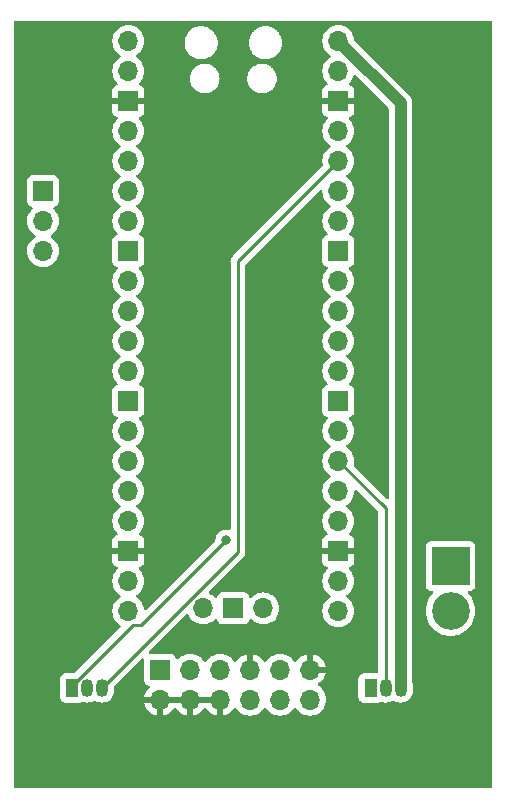
<source format=gbr>
%TF.GenerationSoftware,KiCad,Pcbnew,7.0.10+dfsg-1*%
%TF.CreationDate,2024-01-14T16:43:57+01:00*%
%TF.ProjectId,picoswitch,7069636f-7377-4697-9463-682e6b696361,rev?*%
%TF.SameCoordinates,Original*%
%TF.FileFunction,Copper,L2,Bot*%
%TF.FilePolarity,Positive*%
%FSLAX46Y46*%
G04 Gerber Fmt 4.6, Leading zero omitted, Abs format (unit mm)*
G04 Created by KiCad (PCBNEW 7.0.10+dfsg-1) date 2024-01-14 16:43:57*
%MOMM*%
%LPD*%
G01*
G04 APERTURE LIST*
%TA.AperFunction,ComponentPad*%
%ADD10R,1.700000X1.700000*%
%TD*%
%TA.AperFunction,ComponentPad*%
%ADD11O,1.700000X1.700000*%
%TD*%
%TA.AperFunction,ComponentPad*%
%ADD12R,3.200000X3.200000*%
%TD*%
%TA.AperFunction,ComponentPad*%
%ADD13O,3.200000X3.200000*%
%TD*%
%TA.AperFunction,ComponentPad*%
%ADD14R,1.050000X1.500000*%
%TD*%
%TA.AperFunction,ComponentPad*%
%ADD15O,1.050000X1.500000*%
%TD*%
%TA.AperFunction,ViaPad*%
%ADD16C,0.800000*%
%TD*%
%TA.AperFunction,Conductor*%
%ADD17C,0.250000*%
%TD*%
%TA.AperFunction,Conductor*%
%ADD18C,1.000000*%
%TD*%
G04 APERTURE END LIST*
D10*
%TO.P,J1,1,RESET_BTN*%
%TO.N,Net-(U1-GPIO15)*%
X137420000Y-113960000D03*
D11*
%TO.P,J1,2,RESET_BTN*%
%TO.N,GND*%
X137420000Y-116500000D03*
%TO.P,J1,3,POWER_BTN*%
%TO.N,Net-(U1-GPIO14)*%
X139960000Y-113960000D03*
%TO.P,J1,4,POWER_BTN*%
%TO.N,GND*%
X139960000Y-116500000D03*
%TO.P,J1,5,LED_OUT_+*%
%TO.N,Net-(J1-LED_OUT_+)*%
X142500000Y-113960000D03*
%TO.P,J1,6,LED_OUT_-*%
%TO.N,GND*%
X142500000Y-116500000D03*
%TO.P,J1,7,LED_IN_-*%
X145040000Y-113960000D03*
%TO.P,J1,8,LED_IN_+*%
%TO.N,Net-(J1-LED_IN_+)*%
X145040000Y-116500000D03*
%TO.P,J1,9,RESERVED*%
%TO.N,unconnected-(J1-RESERVED-Pad9)*%
X147580000Y-113960000D03*
%TO.P,J1,10,RESERVED*%
%TO.N,unconnected-(J1-RESERVED-Pad10)*%
X147580000Y-116500000D03*
%TO.P,J1,11,POWER_SW_-*%
%TO.N,GND*%
X150120000Y-113960000D03*
%TO.P,J1,12,POWER_SW_+*%
%TO.N,Net-(D1-A)*%
X150120000Y-116500000D03*
%TD*%
D12*
%TO.P,D1,1,K*%
%TO.N,Net-(D1-K)*%
X162000000Y-105190000D03*
D13*
%TO.P,D1,2,A*%
%TO.N,Net-(D1-A)*%
X162000000Y-109000000D03*
%TD*%
D11*
%TO.P,U1,1,GPIO0*%
%TO.N,unconnected-(U1-GPIO0-Pad1)*%
X134720000Y-60740000D03*
%TO.P,U1,2,GPIO1*%
%TO.N,unconnected-(U1-GPIO1-Pad2)*%
X134720000Y-63280000D03*
D10*
%TO.P,U1,3,GND*%
%TO.N,GND*%
X134720000Y-65820000D03*
D11*
%TO.P,U1,4,GPIO2*%
%TO.N,unconnected-(U1-GPIO2-Pad4)*%
X134720000Y-68360000D03*
%TO.P,U1,5,GPIO3*%
%TO.N,unconnected-(U1-GPIO3-Pad5)*%
X134720000Y-70900000D03*
%TO.P,U1,6,GPIO4*%
%TO.N,Net-(J2-TX)*%
X134720000Y-73440000D03*
%TO.P,U1,7,GPIO5*%
%TO.N,Net-(J2-RX)*%
X134720000Y-75980000D03*
D10*
%TO.P,U1,8,GND*%
%TO.N,Net-(J2-GND)*%
X134720000Y-78520000D03*
D11*
%TO.P,U1,9,GPIO6*%
%TO.N,unconnected-(U1-GPIO6-Pad9)*%
X134720000Y-81060000D03*
%TO.P,U1,10,GPIO7*%
%TO.N,unconnected-(U1-GPIO7-Pad10)*%
X134720000Y-83600000D03*
%TO.P,U1,11,GPIO8*%
%TO.N,unconnected-(U1-GPIO8-Pad11)*%
X134720000Y-86140000D03*
%TO.P,U1,12,GPIO9*%
%TO.N,unconnected-(U1-GPIO9-Pad12)*%
X134720000Y-88680000D03*
D10*
%TO.P,U1,13,GND*%
%TO.N,unconnected-(U1-GND-Pad13)*%
X134720000Y-91220000D03*
D11*
%TO.P,U1,14,GPIO10*%
%TO.N,unconnected-(U1-GPIO10-Pad14)*%
X134720000Y-93760000D03*
%TO.P,U1,15,GPIO11*%
%TO.N,unconnected-(U1-GPIO11-Pad15)*%
X134720000Y-96300000D03*
%TO.P,U1,16,GPIO12*%
%TO.N,unconnected-(U1-GPIO12-Pad16)*%
X134720000Y-98840000D03*
%TO.P,U1,17,GPIO13*%
%TO.N,unconnected-(U1-GPIO13-Pad17)*%
X134720000Y-101380000D03*
D10*
%TO.P,U1,18,GND*%
%TO.N,GND*%
X134720000Y-103920000D03*
D11*
%TO.P,U1,19,GPIO14*%
%TO.N,Net-(U1-GPIO14)*%
X134720000Y-106460000D03*
%TO.P,U1,20,GPIO15*%
%TO.N,Net-(U1-GPIO15)*%
X134720000Y-109000000D03*
%TO.P,U1,21,GPIO16*%
%TO.N,Net-(D1-K)*%
X152500000Y-109000000D03*
%TO.P,U1,22,GPIO17*%
%TO.N,unconnected-(U1-GPIO17-Pad22)*%
X152500000Y-106460000D03*
D10*
%TO.P,U1,23,GND*%
%TO.N,GND*%
X152500000Y-103920000D03*
D11*
%TO.P,U1,24,GPIO18*%
%TO.N,unconnected-(U1-GPIO18-Pad24)*%
X152500000Y-101380000D03*
%TO.P,U1,25,GPIO19*%
%TO.N,Net-(Q1-C)*%
X152500000Y-98840000D03*
%TO.P,U1,26,GPIO20*%
%TO.N,Net-(Q2-B)*%
X152500000Y-96300000D03*
%TO.P,U1,27,GPIO21*%
%TO.N,unconnected-(U1-GPIO21-Pad27)*%
X152500000Y-93760000D03*
D10*
%TO.P,U1,28,GND*%
%TO.N,unconnected-(U1-GND-Pad28)*%
X152500000Y-91220000D03*
D11*
%TO.P,U1,29,GPIO22*%
%TO.N,unconnected-(U1-GPIO22-Pad29)*%
X152500000Y-88680000D03*
%TO.P,U1,30,RUN*%
%TO.N,unconnected-(U1-RUN-Pad30)*%
X152500000Y-86140000D03*
%TO.P,U1,31,GPIO26_ADC0*%
%TO.N,unconnected-(U1-GPIO26_ADC0-Pad31)*%
X152500000Y-83600000D03*
%TO.P,U1,32,GPIO27_ADC1*%
%TO.N,unconnected-(U1-GPIO27_ADC1-Pad32)*%
X152500000Y-81060000D03*
D10*
%TO.P,U1,33,AGND*%
%TO.N,unconnected-(U1-AGND-Pad33)*%
X152500000Y-78520000D03*
D11*
%TO.P,U1,34,GPIO28_ADC2*%
%TO.N,unconnected-(U1-GPIO28_ADC2-Pad34)*%
X152500000Y-75980000D03*
%TO.P,U1,35,ADC_VREF*%
%TO.N,unconnected-(U1-ADC_VREF-Pad35)*%
X152500000Y-73440000D03*
%TO.P,U1,36,3V3*%
%TO.N,+3V3*%
X152500000Y-70900000D03*
%TO.P,U1,37,3V3_EN*%
%TO.N,unconnected-(U1-3V3_EN-Pad37)*%
X152500000Y-68360000D03*
D10*
%TO.P,U1,38,GND*%
%TO.N,GND*%
X152500000Y-65820000D03*
D11*
%TO.P,U1,39,VSYS*%
%TO.N,unconnected-(U1-VSYS-Pad39)*%
X152500000Y-63280000D03*
%TO.P,U1,40,VBUS*%
%TO.N,+5V*%
X152500000Y-60740000D03*
%TO.P,U1,41,SWCLK*%
%TO.N,unconnected-(U1-SWCLK-Pad41)*%
X141070000Y-108770000D03*
D10*
%TO.P,U1,42,GND*%
%TO.N,unconnected-(U1-GND-Pad42)*%
X143610000Y-108770000D03*
D11*
%TO.P,U1,43,SWDIO*%
%TO.N,unconnected-(U1-SWDIO-Pad43)*%
X146150000Y-108770000D03*
%TD*%
D14*
%TO.P,Q2,1,C*%
%TO.N,Net-(J1-LED_OUT_+)*%
X155230000Y-115500000D03*
D15*
%TO.P,Q2,2,B*%
%TO.N,Net-(Q2-B)*%
X156500000Y-115500000D03*
%TO.P,Q2,3,E*%
%TO.N,+5V*%
X157770000Y-115500000D03*
%TD*%
%TO.P,Q1,3,E*%
%TO.N,+3V3*%
X132500000Y-115500000D03*
%TO.P,Q1,2,B*%
%TO.N,Net-(J1-LED_IN_+)*%
X131230000Y-115500000D03*
D14*
%TO.P,Q1,1,C*%
%TO.N,Net-(Q1-C)*%
X129960000Y-115500000D03*
%TD*%
D10*
%TO.P,J2,1,TX*%
%TO.N,Net-(J2-TX)*%
X127500000Y-73420000D03*
D11*
%TO.P,J2,2,RX*%
%TO.N,Net-(J2-RX)*%
X127500000Y-75960000D03*
%TO.P,J2,3,GND*%
%TO.N,Net-(J2-GND)*%
X127500000Y-78500000D03*
%TD*%
D16*
%TO.N,Net-(Q1-C)*%
X143000000Y-103000000D03*
%TD*%
D17*
%TO.N,Net-(Q1-C)*%
X135825000Y-110175000D02*
X143000000Y-103000000D01*
X135127918Y-110175000D02*
X135825000Y-110175000D01*
X129960000Y-115342918D02*
X135127918Y-110175000D01*
X129960000Y-115500000D02*
X129960000Y-115342918D01*
%TO.N,+3V3*%
X132500000Y-115500000D02*
X144000000Y-104000000D01*
X144000000Y-104000000D02*
X144000000Y-79400000D01*
X144000000Y-79400000D02*
X152500000Y-70900000D01*
D18*
%TO.N,+5V*%
X157770000Y-115500000D02*
X157770000Y-66010000D01*
X157770000Y-66010000D02*
X152500000Y-60740000D01*
D17*
%TO.N,Net-(Q2-B)*%
X156500000Y-115500000D02*
X156500000Y-100300000D01*
X156500000Y-100300000D02*
X152500000Y-96300000D01*
%TD*%
%TA.AperFunction,Conductor*%
%TO.N,GND*%
G36*
X139500507Y-116290156D02*
G01*
X139460000Y-116428111D01*
X139460000Y-116571889D01*
X139500507Y-116709844D01*
X139526314Y-116750000D01*
X137853686Y-116750000D01*
X137879493Y-116709844D01*
X137920000Y-116571889D01*
X137920000Y-116428111D01*
X137879493Y-116290156D01*
X137853686Y-116250000D01*
X139526314Y-116250000D01*
X139500507Y-116290156D01*
G37*
%TD.AperFunction*%
%TA.AperFunction,Conductor*%
G36*
X142040507Y-116290156D02*
G01*
X142000000Y-116428111D01*
X142000000Y-116571889D01*
X142040507Y-116709844D01*
X142066314Y-116750000D01*
X140393686Y-116750000D01*
X140419493Y-116709844D01*
X140460000Y-116571889D01*
X140460000Y-116428111D01*
X140419493Y-116290156D01*
X140393686Y-116250000D01*
X142066314Y-116250000D01*
X142040507Y-116290156D01*
G37*
%TD.AperFunction*%
%TA.AperFunction,Conductor*%
G36*
X153953433Y-63620917D02*
G01*
X153992304Y-63647225D01*
X156733181Y-66388102D01*
X156766666Y-66449425D01*
X156769500Y-66475783D01*
X156769500Y-99385547D01*
X156749815Y-99452586D01*
X156697011Y-99498341D01*
X156627853Y-99508285D01*
X156564297Y-99479260D01*
X156557819Y-99473228D01*
X153840237Y-96755646D01*
X153806752Y-96694323D01*
X153808142Y-96635876D01*
X153835063Y-96535408D01*
X153855659Y-96300000D01*
X153835063Y-96064592D01*
X153773903Y-95836337D01*
X153674035Y-95622171D01*
X153538495Y-95428599D01*
X153538494Y-95428597D01*
X153371402Y-95261506D01*
X153371396Y-95261501D01*
X153185842Y-95131575D01*
X153142217Y-95076998D01*
X153135023Y-95007500D01*
X153166546Y-94945145D01*
X153185842Y-94928425D01*
X153208026Y-94912891D01*
X153371401Y-94798495D01*
X153538495Y-94631401D01*
X153674035Y-94437830D01*
X153773903Y-94223663D01*
X153835063Y-93995408D01*
X153855659Y-93760000D01*
X153835063Y-93524592D01*
X153773903Y-93296337D01*
X153674035Y-93082171D01*
X153538495Y-92888599D01*
X153416567Y-92766671D01*
X153383084Y-92705351D01*
X153388068Y-92635659D01*
X153429939Y-92579725D01*
X153460915Y-92562810D01*
X153592331Y-92513796D01*
X153707546Y-92427546D01*
X153793796Y-92312331D01*
X153844091Y-92177483D01*
X153850500Y-92117873D01*
X153850499Y-90322128D01*
X153844091Y-90262517D01*
X153793796Y-90127669D01*
X153793795Y-90127668D01*
X153793793Y-90127664D01*
X153707547Y-90012455D01*
X153707544Y-90012452D01*
X153592335Y-89926206D01*
X153592328Y-89926202D01*
X153460917Y-89877189D01*
X153404983Y-89835318D01*
X153380566Y-89769853D01*
X153395418Y-89701580D01*
X153416563Y-89673332D01*
X153538495Y-89551401D01*
X153674035Y-89357830D01*
X153773903Y-89143663D01*
X153835063Y-88915408D01*
X153855659Y-88680000D01*
X153835063Y-88444592D01*
X153773903Y-88216337D01*
X153674035Y-88002171D01*
X153538495Y-87808599D01*
X153538494Y-87808597D01*
X153371402Y-87641506D01*
X153371396Y-87641501D01*
X153185842Y-87511575D01*
X153142217Y-87456998D01*
X153135023Y-87387500D01*
X153166546Y-87325145D01*
X153185842Y-87308425D01*
X153208026Y-87292891D01*
X153371401Y-87178495D01*
X153538495Y-87011401D01*
X153674035Y-86817830D01*
X153773903Y-86603663D01*
X153835063Y-86375408D01*
X153855659Y-86140000D01*
X153835063Y-85904592D01*
X153773903Y-85676337D01*
X153674035Y-85462171D01*
X153538495Y-85268599D01*
X153538494Y-85268597D01*
X153371402Y-85101506D01*
X153371396Y-85101501D01*
X153185842Y-84971575D01*
X153142217Y-84916998D01*
X153135023Y-84847500D01*
X153166546Y-84785145D01*
X153185842Y-84768425D01*
X153208026Y-84752891D01*
X153371401Y-84638495D01*
X153538495Y-84471401D01*
X153674035Y-84277830D01*
X153773903Y-84063663D01*
X153835063Y-83835408D01*
X153855659Y-83600000D01*
X153835063Y-83364592D01*
X153773903Y-83136337D01*
X153674035Y-82922171D01*
X153538495Y-82728599D01*
X153538494Y-82728597D01*
X153371402Y-82561506D01*
X153371396Y-82561501D01*
X153185842Y-82431575D01*
X153142217Y-82376998D01*
X153135023Y-82307500D01*
X153166546Y-82245145D01*
X153185842Y-82228425D01*
X153208026Y-82212891D01*
X153371401Y-82098495D01*
X153538495Y-81931401D01*
X153674035Y-81737830D01*
X153773903Y-81523663D01*
X153835063Y-81295408D01*
X153855659Y-81060000D01*
X153835063Y-80824592D01*
X153773903Y-80596337D01*
X153674035Y-80382171D01*
X153538495Y-80188599D01*
X153416567Y-80066671D01*
X153383084Y-80005351D01*
X153388068Y-79935659D01*
X153429939Y-79879725D01*
X153460915Y-79862810D01*
X153592331Y-79813796D01*
X153707546Y-79727546D01*
X153793796Y-79612331D01*
X153844091Y-79477483D01*
X153850500Y-79417873D01*
X153850499Y-77622128D01*
X153844091Y-77562517D01*
X153806416Y-77461506D01*
X153793797Y-77427671D01*
X153793793Y-77427664D01*
X153707547Y-77312455D01*
X153707544Y-77312452D01*
X153592335Y-77226206D01*
X153592328Y-77226202D01*
X153460917Y-77177189D01*
X153404983Y-77135318D01*
X153380566Y-77069853D01*
X153395418Y-77001580D01*
X153416563Y-76973332D01*
X153538495Y-76851401D01*
X153674035Y-76657830D01*
X153773903Y-76443663D01*
X153835063Y-76215408D01*
X153855659Y-75980000D01*
X153835063Y-75744592D01*
X153773903Y-75516337D01*
X153674035Y-75302171D01*
X153538495Y-75108599D01*
X153538494Y-75108597D01*
X153371402Y-74941506D01*
X153371396Y-74941501D01*
X153185842Y-74811575D01*
X153142217Y-74756998D01*
X153135023Y-74687500D01*
X153166546Y-74625145D01*
X153185842Y-74608425D01*
X153208026Y-74592891D01*
X153371401Y-74478495D01*
X153538495Y-74311401D01*
X153674035Y-74117830D01*
X153773903Y-73903663D01*
X153835063Y-73675408D01*
X153855659Y-73440000D01*
X153835063Y-73204592D01*
X153773903Y-72976337D01*
X153674035Y-72762171D01*
X153538495Y-72568599D01*
X153538494Y-72568597D01*
X153371402Y-72401506D01*
X153371396Y-72401501D01*
X153185842Y-72271575D01*
X153142217Y-72216998D01*
X153135023Y-72147500D01*
X153166546Y-72085145D01*
X153185842Y-72068425D01*
X153208026Y-72052891D01*
X153371401Y-71938495D01*
X153538495Y-71771401D01*
X153674035Y-71577830D01*
X153773903Y-71363663D01*
X153835063Y-71135408D01*
X153855659Y-70900000D01*
X153835063Y-70664592D01*
X153773903Y-70436337D01*
X153674035Y-70222171D01*
X153538495Y-70028599D01*
X153538494Y-70028597D01*
X153371402Y-69861506D01*
X153371396Y-69861501D01*
X153185842Y-69731575D01*
X153142217Y-69676998D01*
X153135023Y-69607500D01*
X153166546Y-69545145D01*
X153185842Y-69528425D01*
X153208026Y-69512891D01*
X153371401Y-69398495D01*
X153538495Y-69231401D01*
X153674035Y-69037830D01*
X153773903Y-68823663D01*
X153835063Y-68595408D01*
X153855659Y-68360000D01*
X153835063Y-68124592D01*
X153773903Y-67896337D01*
X153674035Y-67682171D01*
X153538495Y-67488599D01*
X153416179Y-67366283D01*
X153382696Y-67304963D01*
X153387680Y-67235271D01*
X153429551Y-67179337D01*
X153460529Y-67162422D01*
X153592086Y-67113354D01*
X153592093Y-67113350D01*
X153707187Y-67027190D01*
X153707190Y-67027187D01*
X153793350Y-66912093D01*
X153793354Y-66912086D01*
X153843596Y-66777379D01*
X153843598Y-66777372D01*
X153849999Y-66717844D01*
X153850000Y-66717827D01*
X153850000Y-66070000D01*
X152945572Y-66070000D01*
X152968682Y-66034040D01*
X153010000Y-65893327D01*
X153010000Y-65746673D01*
X152968682Y-65605960D01*
X152945572Y-65570000D01*
X153850000Y-65570000D01*
X153850000Y-64922172D01*
X153849999Y-64922155D01*
X153843598Y-64862627D01*
X153843596Y-64862620D01*
X153793354Y-64727913D01*
X153793350Y-64727906D01*
X153707190Y-64612812D01*
X153707187Y-64612809D01*
X153592093Y-64526649D01*
X153592088Y-64526646D01*
X153460528Y-64477577D01*
X153404595Y-64435705D01*
X153380178Y-64370241D01*
X153395030Y-64301968D01*
X153416175Y-64273720D01*
X153538495Y-64151401D01*
X153674035Y-63957830D01*
X153773903Y-63743663D01*
X153784848Y-63702811D01*
X153821211Y-63643154D01*
X153884057Y-63612623D01*
X153953433Y-63620917D01*
G37*
%TD.AperFunction*%
%TA.AperFunction,Conductor*%
G36*
X165443039Y-59019685D02*
G01*
X165488794Y-59072489D01*
X165500000Y-59124000D01*
X165500000Y-123876000D01*
X165480315Y-123943039D01*
X165427511Y-123988794D01*
X165376000Y-124000000D01*
X125124000Y-124000000D01*
X125056961Y-123980315D01*
X125011206Y-123927511D01*
X125000000Y-123876000D01*
X125000000Y-116297870D01*
X128934500Y-116297870D01*
X128934501Y-116297876D01*
X128940908Y-116357483D01*
X128991202Y-116492328D01*
X128991206Y-116492335D01*
X129077452Y-116607544D01*
X129077455Y-116607547D01*
X129192664Y-116693793D01*
X129192671Y-116693797D01*
X129327517Y-116744091D01*
X129327516Y-116744091D01*
X129334444Y-116744835D01*
X129387127Y-116750500D01*
X130532872Y-116750499D01*
X130592483Y-116744091D01*
X130727331Y-116693796D01*
X130727335Y-116693792D01*
X130735118Y-116689544D01*
X130736252Y-116691621D01*
X130789715Y-116671671D01*
X130834576Y-116676694D01*
X130835656Y-116677021D01*
X130835659Y-116677023D01*
X131028967Y-116735662D01*
X131230000Y-116755462D01*
X131431033Y-116735662D01*
X131624341Y-116677023D01*
X131802494Y-116581798D01*
X131802498Y-116581794D01*
X131806546Y-116579631D01*
X131874949Y-116565389D01*
X131923454Y-116579631D01*
X131927502Y-116581794D01*
X131927506Y-116581798D01*
X132105659Y-116677023D01*
X132298967Y-116735662D01*
X132500000Y-116755462D01*
X132701033Y-116735662D01*
X132894341Y-116677023D01*
X133072494Y-116581798D01*
X133228647Y-116453647D01*
X133356798Y-116297494D01*
X133452023Y-116119341D01*
X133510662Y-115926033D01*
X133525500Y-115775380D01*
X133525500Y-115410452D01*
X133545185Y-115343413D01*
X133561819Y-115322771D01*
X134700238Y-114184352D01*
X135857821Y-113026768D01*
X135919142Y-112993285D01*
X135988834Y-112998269D01*
X136044767Y-113040141D01*
X136069184Y-113105605D01*
X136069500Y-113114451D01*
X136069500Y-114857870D01*
X136069501Y-114857876D01*
X136075908Y-114917483D01*
X136126202Y-115052328D01*
X136126206Y-115052335D01*
X136212452Y-115167544D01*
X136212455Y-115167547D01*
X136327664Y-115253793D01*
X136327671Y-115253797D01*
X136327674Y-115253798D01*
X136459598Y-115303002D01*
X136515531Y-115344873D01*
X136539949Y-115410337D01*
X136525098Y-115478610D01*
X136503947Y-115506865D01*
X136381886Y-115628926D01*
X136246400Y-115822420D01*
X136246399Y-115822422D01*
X136146570Y-116036507D01*
X136146567Y-116036513D01*
X136089364Y-116249999D01*
X136089364Y-116250000D01*
X136986314Y-116250000D01*
X136960507Y-116290156D01*
X136920000Y-116428111D01*
X136920000Y-116571889D01*
X136960507Y-116709844D01*
X136986314Y-116750000D01*
X136089364Y-116750000D01*
X136146567Y-116963486D01*
X136146570Y-116963492D01*
X136246399Y-117177578D01*
X136381894Y-117371082D01*
X136548917Y-117538105D01*
X136742421Y-117673600D01*
X136956507Y-117773429D01*
X136956516Y-117773433D01*
X137170000Y-117830634D01*
X137170000Y-116935501D01*
X137277685Y-116984680D01*
X137384237Y-117000000D01*
X137455763Y-117000000D01*
X137562315Y-116984680D01*
X137670000Y-116935501D01*
X137670000Y-117830633D01*
X137883483Y-117773433D01*
X137883492Y-117773429D01*
X138097578Y-117673600D01*
X138291082Y-117538105D01*
X138458105Y-117371082D01*
X138588425Y-117184968D01*
X138643002Y-117141344D01*
X138712501Y-117134151D01*
X138774855Y-117165673D01*
X138791575Y-117184968D01*
X138921894Y-117371082D01*
X139088917Y-117538105D01*
X139282421Y-117673600D01*
X139496507Y-117773429D01*
X139496516Y-117773433D01*
X139710000Y-117830634D01*
X139710000Y-116935501D01*
X139817685Y-116984680D01*
X139924237Y-117000000D01*
X139995763Y-117000000D01*
X140102315Y-116984680D01*
X140210000Y-116935501D01*
X140210000Y-117830633D01*
X140423483Y-117773433D01*
X140423492Y-117773429D01*
X140637578Y-117673600D01*
X140831082Y-117538105D01*
X140998105Y-117371082D01*
X141128425Y-117184968D01*
X141183002Y-117141344D01*
X141252501Y-117134151D01*
X141314855Y-117165673D01*
X141331575Y-117184968D01*
X141461894Y-117371082D01*
X141628917Y-117538105D01*
X141822421Y-117673600D01*
X142036507Y-117773429D01*
X142036516Y-117773433D01*
X142250000Y-117830634D01*
X142250000Y-116935501D01*
X142357685Y-116984680D01*
X142464237Y-117000000D01*
X142535763Y-117000000D01*
X142642315Y-116984680D01*
X142750000Y-116935501D01*
X142750000Y-117830633D01*
X142963483Y-117773433D01*
X142963492Y-117773429D01*
X143177578Y-117673600D01*
X143371082Y-117538105D01*
X143538105Y-117371082D01*
X143668119Y-117185405D01*
X143722696Y-117141781D01*
X143792195Y-117134588D01*
X143854549Y-117166110D01*
X143871269Y-117185405D01*
X144001505Y-117371401D01*
X144168599Y-117538495D01*
X144265384Y-117606265D01*
X144362165Y-117674032D01*
X144362167Y-117674033D01*
X144362170Y-117674035D01*
X144576337Y-117773903D01*
X144804592Y-117835063D01*
X144992918Y-117851539D01*
X145039999Y-117855659D01*
X145040000Y-117855659D01*
X145040001Y-117855659D01*
X145079234Y-117852226D01*
X145275408Y-117835063D01*
X145503663Y-117773903D01*
X145717830Y-117674035D01*
X145911401Y-117538495D01*
X146078495Y-117371401D01*
X146208425Y-117185842D01*
X146263002Y-117142217D01*
X146332500Y-117135023D01*
X146394855Y-117166546D01*
X146411575Y-117185842D01*
X146541500Y-117371395D01*
X146541505Y-117371401D01*
X146708599Y-117538495D01*
X146805384Y-117606265D01*
X146902165Y-117674032D01*
X146902167Y-117674033D01*
X146902170Y-117674035D01*
X147116337Y-117773903D01*
X147344592Y-117835063D01*
X147532918Y-117851539D01*
X147579999Y-117855659D01*
X147580000Y-117855659D01*
X147580001Y-117855659D01*
X147619234Y-117852226D01*
X147815408Y-117835063D01*
X148043663Y-117773903D01*
X148257830Y-117674035D01*
X148451401Y-117538495D01*
X148618495Y-117371401D01*
X148748425Y-117185842D01*
X148803002Y-117142217D01*
X148872500Y-117135023D01*
X148934855Y-117166546D01*
X148951575Y-117185842D01*
X149081500Y-117371395D01*
X149081505Y-117371401D01*
X149248599Y-117538495D01*
X149345384Y-117606265D01*
X149442165Y-117674032D01*
X149442167Y-117674033D01*
X149442170Y-117674035D01*
X149656337Y-117773903D01*
X149884592Y-117835063D01*
X150072918Y-117851539D01*
X150119999Y-117855659D01*
X150120000Y-117855659D01*
X150120001Y-117855659D01*
X150159234Y-117852226D01*
X150355408Y-117835063D01*
X150583663Y-117773903D01*
X150797830Y-117674035D01*
X150991401Y-117538495D01*
X151158495Y-117371401D01*
X151294035Y-117177830D01*
X151393903Y-116963663D01*
X151455063Y-116735408D01*
X151475659Y-116500000D01*
X151455063Y-116264592D01*
X151393903Y-116036337D01*
X151294035Y-115822171D01*
X151288731Y-115814595D01*
X151158494Y-115628597D01*
X150991402Y-115461506D01*
X150991401Y-115461505D01*
X150822748Y-115343413D01*
X150805405Y-115331269D01*
X150761781Y-115276692D01*
X150754588Y-115207193D01*
X150786110Y-115144839D01*
X150805405Y-115128119D01*
X150991082Y-114998105D01*
X151158105Y-114831082D01*
X151293600Y-114637578D01*
X151393429Y-114423492D01*
X151393432Y-114423486D01*
X151450636Y-114210000D01*
X150553686Y-114210000D01*
X150579493Y-114169844D01*
X150620000Y-114031889D01*
X150620000Y-113888111D01*
X150579493Y-113750156D01*
X150553686Y-113710000D01*
X151450636Y-113710000D01*
X151450635Y-113709999D01*
X151393432Y-113496513D01*
X151393429Y-113496507D01*
X151293600Y-113282422D01*
X151293599Y-113282420D01*
X151158113Y-113088926D01*
X151158108Y-113088920D01*
X150991082Y-112921894D01*
X150797578Y-112786399D01*
X150583492Y-112686570D01*
X150583486Y-112686567D01*
X150370000Y-112629364D01*
X150370000Y-113524498D01*
X150262315Y-113475320D01*
X150155763Y-113460000D01*
X150084237Y-113460000D01*
X149977685Y-113475320D01*
X149870000Y-113524498D01*
X149870000Y-112629364D01*
X149869999Y-112629364D01*
X149656513Y-112686567D01*
X149656507Y-112686570D01*
X149442422Y-112786399D01*
X149442420Y-112786400D01*
X149248926Y-112921886D01*
X149248920Y-112921891D01*
X149081891Y-113088920D01*
X149081890Y-113088922D01*
X148951880Y-113274595D01*
X148897303Y-113318219D01*
X148827804Y-113325412D01*
X148765450Y-113293890D01*
X148748730Y-113274594D01*
X148618494Y-113088597D01*
X148451402Y-112921506D01*
X148451395Y-112921501D01*
X148257834Y-112785967D01*
X148257830Y-112785965D01*
X148257828Y-112785964D01*
X148043663Y-112686097D01*
X148043659Y-112686096D01*
X148043655Y-112686094D01*
X147815413Y-112624938D01*
X147815403Y-112624936D01*
X147580001Y-112604341D01*
X147579999Y-112604341D01*
X147344596Y-112624936D01*
X147344586Y-112624938D01*
X147116344Y-112686094D01*
X147116335Y-112686098D01*
X146902171Y-112785964D01*
X146902169Y-112785965D01*
X146708597Y-112921505D01*
X146541508Y-113088594D01*
X146411269Y-113274595D01*
X146356692Y-113318219D01*
X146287193Y-113325412D01*
X146224839Y-113293890D01*
X146208119Y-113274594D01*
X146078113Y-113088926D01*
X146078108Y-113088920D01*
X145911082Y-112921894D01*
X145717578Y-112786399D01*
X145503492Y-112686570D01*
X145503486Y-112686567D01*
X145290000Y-112629364D01*
X145290000Y-113524498D01*
X145182315Y-113475320D01*
X145075763Y-113460000D01*
X145004237Y-113460000D01*
X144897685Y-113475320D01*
X144790000Y-113524498D01*
X144790000Y-112629364D01*
X144789999Y-112629364D01*
X144576513Y-112686567D01*
X144576507Y-112686570D01*
X144362422Y-112786399D01*
X144362420Y-112786400D01*
X144168926Y-112921886D01*
X144168920Y-112921891D01*
X144001891Y-113088920D01*
X144001890Y-113088922D01*
X143871880Y-113274595D01*
X143817303Y-113318219D01*
X143747804Y-113325412D01*
X143685450Y-113293890D01*
X143668730Y-113274594D01*
X143538494Y-113088597D01*
X143371402Y-112921506D01*
X143371395Y-112921501D01*
X143177834Y-112785967D01*
X143177830Y-112785965D01*
X143177828Y-112785964D01*
X142963663Y-112686097D01*
X142963659Y-112686096D01*
X142963655Y-112686094D01*
X142735413Y-112624938D01*
X142735403Y-112624936D01*
X142500001Y-112604341D01*
X142499999Y-112604341D01*
X142264596Y-112624936D01*
X142264586Y-112624938D01*
X142036344Y-112686094D01*
X142036335Y-112686098D01*
X141822171Y-112785964D01*
X141822169Y-112785965D01*
X141628597Y-112921505D01*
X141461505Y-113088597D01*
X141331575Y-113274158D01*
X141276998Y-113317783D01*
X141207500Y-113324977D01*
X141145145Y-113293454D01*
X141128425Y-113274158D01*
X140998494Y-113088597D01*
X140831402Y-112921506D01*
X140831395Y-112921501D01*
X140637834Y-112785967D01*
X140637830Y-112785965D01*
X140637828Y-112785964D01*
X140423663Y-112686097D01*
X140423659Y-112686096D01*
X140423655Y-112686094D01*
X140195413Y-112624938D01*
X140195403Y-112624936D01*
X139960001Y-112604341D01*
X139959999Y-112604341D01*
X139724596Y-112624936D01*
X139724586Y-112624938D01*
X139496344Y-112686094D01*
X139496335Y-112686098D01*
X139282171Y-112785964D01*
X139282169Y-112785965D01*
X139088600Y-112921503D01*
X138966673Y-113043430D01*
X138905350Y-113076914D01*
X138835658Y-113071930D01*
X138779725Y-113030058D01*
X138762810Y-112999081D01*
X138713797Y-112867671D01*
X138713793Y-112867664D01*
X138627547Y-112752455D01*
X138627544Y-112752452D01*
X138512335Y-112666206D01*
X138512328Y-112666202D01*
X138377482Y-112615908D01*
X138377483Y-112615908D01*
X138317883Y-112609501D01*
X138317881Y-112609500D01*
X138317873Y-112609500D01*
X138317865Y-112609500D01*
X136574451Y-112609500D01*
X136507412Y-112589815D01*
X136461657Y-112537011D01*
X136451713Y-112467853D01*
X136480738Y-112404297D01*
X136486756Y-112397833D01*
X139624711Y-109259878D01*
X139686032Y-109226395D01*
X139755724Y-109231379D01*
X139811657Y-109273251D01*
X139824772Y-109295156D01*
X139895965Y-109447830D01*
X139895967Y-109447834D01*
X139980131Y-109568032D01*
X140031505Y-109641401D01*
X140198599Y-109808495D01*
X140288429Y-109871395D01*
X140392165Y-109944032D01*
X140392167Y-109944033D01*
X140392170Y-109944035D01*
X140606337Y-110043903D01*
X140834592Y-110105063D01*
X141011034Y-110120500D01*
X141069999Y-110125659D01*
X141070000Y-110125659D01*
X141070001Y-110125659D01*
X141128966Y-110120500D01*
X141305408Y-110105063D01*
X141533663Y-110043903D01*
X141747830Y-109944035D01*
X141941401Y-109808495D01*
X142063329Y-109686566D01*
X142124648Y-109653084D01*
X142194340Y-109658068D01*
X142250274Y-109699939D01*
X142267189Y-109730917D01*
X142316202Y-109862328D01*
X142316206Y-109862335D01*
X142402452Y-109977544D01*
X142402455Y-109977547D01*
X142517664Y-110063793D01*
X142517671Y-110063797D01*
X142652517Y-110114091D01*
X142652516Y-110114091D01*
X142659444Y-110114835D01*
X142712127Y-110120500D01*
X144507872Y-110120499D01*
X144567483Y-110114091D01*
X144702331Y-110063796D01*
X144817546Y-109977546D01*
X144903796Y-109862331D01*
X144952810Y-109730916D01*
X144994681Y-109674984D01*
X145060145Y-109650566D01*
X145128418Y-109665417D01*
X145156673Y-109686569D01*
X145278599Y-109808495D01*
X145368429Y-109871395D01*
X145472165Y-109944032D01*
X145472167Y-109944033D01*
X145472170Y-109944035D01*
X145686337Y-110043903D01*
X145914592Y-110105063D01*
X146091034Y-110120500D01*
X146149999Y-110125659D01*
X146150000Y-110125659D01*
X146150001Y-110125659D01*
X146208966Y-110120500D01*
X146385408Y-110105063D01*
X146613663Y-110043903D01*
X146827830Y-109944035D01*
X147021401Y-109808495D01*
X147188495Y-109641401D01*
X147324035Y-109447830D01*
X147423903Y-109233663D01*
X147485063Y-109005408D01*
X147505659Y-108770000D01*
X147485063Y-108534592D01*
X147423903Y-108306337D01*
X147324035Y-108092171D01*
X147232540Y-107961501D01*
X147188494Y-107898597D01*
X147021402Y-107731506D01*
X147021395Y-107731501D01*
X147019251Y-107730000D01*
X146944518Y-107677671D01*
X146827834Y-107595967D01*
X146827830Y-107595965D01*
X146827828Y-107595964D01*
X146613663Y-107496097D01*
X146613659Y-107496096D01*
X146613655Y-107496094D01*
X146385413Y-107434938D01*
X146385403Y-107434936D01*
X146150001Y-107414341D01*
X146149999Y-107414341D01*
X145914596Y-107434936D01*
X145914586Y-107434938D01*
X145686344Y-107496094D01*
X145686335Y-107496098D01*
X145472171Y-107595964D01*
X145472169Y-107595965D01*
X145278600Y-107731503D01*
X145156673Y-107853430D01*
X145095350Y-107886914D01*
X145025658Y-107881930D01*
X144969725Y-107840058D01*
X144952810Y-107809081D01*
X144903797Y-107677671D01*
X144903793Y-107677664D01*
X144817547Y-107562455D01*
X144817544Y-107562452D01*
X144702335Y-107476206D01*
X144702328Y-107476202D01*
X144567482Y-107425908D01*
X144567483Y-107425908D01*
X144507883Y-107419501D01*
X144507881Y-107419500D01*
X144507873Y-107419500D01*
X144507864Y-107419500D01*
X142712129Y-107419500D01*
X142712123Y-107419501D01*
X142652516Y-107425908D01*
X142517671Y-107476202D01*
X142517664Y-107476206D01*
X142402455Y-107562452D01*
X142402452Y-107562455D01*
X142316206Y-107677664D01*
X142316203Y-107677669D01*
X142267189Y-107809083D01*
X142225317Y-107865016D01*
X142159853Y-107889433D01*
X142091580Y-107874581D01*
X142063326Y-107853430D01*
X141941402Y-107731506D01*
X141941395Y-107731501D01*
X141939251Y-107730000D01*
X141864518Y-107677671D01*
X141747834Y-107595967D01*
X141747830Y-107595965D01*
X141675968Y-107562455D01*
X141595155Y-107524771D01*
X141542717Y-107478600D01*
X141523565Y-107411406D01*
X141543781Y-107344525D01*
X141559875Y-107324714D01*
X144383788Y-104500801D01*
X144396042Y-104490986D01*
X144395859Y-104490764D01*
X144401868Y-104485791D01*
X144401877Y-104485786D01*
X144447949Y-104436722D01*
X144450566Y-104434023D01*
X144470120Y-104414471D01*
X144472576Y-104411303D01*
X144480156Y-104402427D01*
X144510062Y-104370582D01*
X144519715Y-104353020D01*
X144530389Y-104336770D01*
X144542673Y-104320936D01*
X144560019Y-104280850D01*
X144565157Y-104270362D01*
X144586196Y-104232093D01*
X144586197Y-104232092D01*
X144591177Y-104212691D01*
X144597478Y-104194288D01*
X144605438Y-104175896D01*
X144612272Y-104132741D01*
X144614635Y-104121331D01*
X144625500Y-104079019D01*
X144625500Y-104058983D01*
X144627027Y-104039582D01*
X144630160Y-104019804D01*
X144626050Y-103976324D01*
X144625500Y-103964655D01*
X144625500Y-79710452D01*
X144645185Y-79643413D01*
X144661819Y-79622771D01*
X150932660Y-73351930D01*
X150993983Y-73318445D01*
X151063675Y-73323429D01*
X151119608Y-73365301D01*
X151144025Y-73430765D01*
X151144341Y-73439611D01*
X151144341Y-73440000D01*
X151164936Y-73675403D01*
X151164938Y-73675413D01*
X151226094Y-73903655D01*
X151226096Y-73903659D01*
X151226097Y-73903663D01*
X151325965Y-74117830D01*
X151325967Y-74117834D01*
X151461501Y-74311395D01*
X151461506Y-74311402D01*
X151628597Y-74478493D01*
X151628603Y-74478498D01*
X151814158Y-74608425D01*
X151857783Y-74663002D01*
X151864977Y-74732500D01*
X151833454Y-74794855D01*
X151814158Y-74811575D01*
X151628597Y-74941505D01*
X151461505Y-75108597D01*
X151325965Y-75302169D01*
X151325964Y-75302171D01*
X151226098Y-75516335D01*
X151226094Y-75516344D01*
X151164938Y-75744586D01*
X151164936Y-75744596D01*
X151144341Y-75979999D01*
X151144341Y-75980000D01*
X151164936Y-76215403D01*
X151164938Y-76215413D01*
X151226094Y-76443655D01*
X151226096Y-76443659D01*
X151226097Y-76443663D01*
X151316639Y-76637830D01*
X151325965Y-76657830D01*
X151325967Y-76657834D01*
X151434281Y-76812521D01*
X151461501Y-76851396D01*
X151461506Y-76851402D01*
X151583430Y-76973326D01*
X151616915Y-77034649D01*
X151611931Y-77104341D01*
X151570059Y-77160274D01*
X151539083Y-77177189D01*
X151407669Y-77226203D01*
X151407664Y-77226206D01*
X151292455Y-77312452D01*
X151292452Y-77312455D01*
X151206206Y-77427664D01*
X151206202Y-77427671D01*
X151155908Y-77562517D01*
X151149501Y-77622116D01*
X151149501Y-77622123D01*
X151149500Y-77622135D01*
X151149500Y-79417870D01*
X151149501Y-79417876D01*
X151155908Y-79477483D01*
X151206202Y-79612328D01*
X151206206Y-79612335D01*
X151292452Y-79727544D01*
X151292455Y-79727547D01*
X151407664Y-79813793D01*
X151407671Y-79813797D01*
X151539081Y-79862810D01*
X151595015Y-79904681D01*
X151619432Y-79970145D01*
X151604580Y-80038418D01*
X151583430Y-80066673D01*
X151461503Y-80188600D01*
X151325965Y-80382169D01*
X151325964Y-80382171D01*
X151226098Y-80596335D01*
X151226094Y-80596344D01*
X151164938Y-80824586D01*
X151164936Y-80824596D01*
X151144341Y-81059999D01*
X151144341Y-81060000D01*
X151164936Y-81295403D01*
X151164938Y-81295413D01*
X151226094Y-81523655D01*
X151226096Y-81523659D01*
X151226097Y-81523663D01*
X151325965Y-81737830D01*
X151325967Y-81737834D01*
X151461501Y-81931395D01*
X151461506Y-81931402D01*
X151628597Y-82098493D01*
X151628603Y-82098498D01*
X151814158Y-82228425D01*
X151857783Y-82283002D01*
X151864977Y-82352500D01*
X151833454Y-82414855D01*
X151814158Y-82431575D01*
X151628597Y-82561505D01*
X151461505Y-82728597D01*
X151325965Y-82922169D01*
X151325964Y-82922171D01*
X151226098Y-83136335D01*
X151226094Y-83136344D01*
X151164938Y-83364586D01*
X151164936Y-83364596D01*
X151144341Y-83599999D01*
X151144341Y-83600000D01*
X151164936Y-83835403D01*
X151164938Y-83835413D01*
X151226094Y-84063655D01*
X151226096Y-84063659D01*
X151226097Y-84063663D01*
X151325965Y-84277830D01*
X151325967Y-84277834D01*
X151461501Y-84471395D01*
X151461506Y-84471402D01*
X151628597Y-84638493D01*
X151628603Y-84638498D01*
X151814158Y-84768425D01*
X151857783Y-84823002D01*
X151864977Y-84892500D01*
X151833454Y-84954855D01*
X151814158Y-84971575D01*
X151628597Y-85101505D01*
X151461505Y-85268597D01*
X151325965Y-85462169D01*
X151325964Y-85462171D01*
X151226098Y-85676335D01*
X151226094Y-85676344D01*
X151164938Y-85904586D01*
X151164936Y-85904596D01*
X151144341Y-86139999D01*
X151144341Y-86140000D01*
X151164936Y-86375403D01*
X151164938Y-86375413D01*
X151226094Y-86603655D01*
X151226096Y-86603659D01*
X151226097Y-86603663D01*
X151325965Y-86817830D01*
X151325967Y-86817834D01*
X151461501Y-87011395D01*
X151461506Y-87011402D01*
X151628597Y-87178493D01*
X151628603Y-87178498D01*
X151814158Y-87308425D01*
X151857783Y-87363002D01*
X151864977Y-87432500D01*
X151833454Y-87494855D01*
X151814158Y-87511575D01*
X151628597Y-87641505D01*
X151461505Y-87808597D01*
X151325965Y-88002169D01*
X151325964Y-88002171D01*
X151226098Y-88216335D01*
X151226094Y-88216344D01*
X151164938Y-88444586D01*
X151164936Y-88444596D01*
X151144341Y-88679999D01*
X151144341Y-88680000D01*
X151164936Y-88915403D01*
X151164938Y-88915413D01*
X151226094Y-89143655D01*
X151226096Y-89143659D01*
X151226097Y-89143663D01*
X151325965Y-89357830D01*
X151325967Y-89357834D01*
X151434281Y-89512521D01*
X151461501Y-89551396D01*
X151461506Y-89551402D01*
X151583430Y-89673326D01*
X151616915Y-89734649D01*
X151611931Y-89804341D01*
X151570059Y-89860274D01*
X151539083Y-89877189D01*
X151407669Y-89926203D01*
X151407664Y-89926206D01*
X151292455Y-90012452D01*
X151292452Y-90012455D01*
X151206206Y-90127664D01*
X151206202Y-90127671D01*
X151155908Y-90262517D01*
X151149501Y-90322116D01*
X151149501Y-90322123D01*
X151149500Y-90322135D01*
X151149500Y-92117870D01*
X151149501Y-92117876D01*
X151155908Y-92177483D01*
X151206202Y-92312328D01*
X151206206Y-92312335D01*
X151292452Y-92427544D01*
X151292455Y-92427547D01*
X151407664Y-92513793D01*
X151407671Y-92513797D01*
X151539081Y-92562810D01*
X151595015Y-92604681D01*
X151619432Y-92670145D01*
X151604580Y-92738418D01*
X151583430Y-92766673D01*
X151461503Y-92888600D01*
X151325965Y-93082169D01*
X151325964Y-93082171D01*
X151226098Y-93296335D01*
X151226094Y-93296344D01*
X151164938Y-93524586D01*
X151164936Y-93524596D01*
X151144341Y-93759999D01*
X151144341Y-93760000D01*
X151164936Y-93995403D01*
X151164938Y-93995413D01*
X151226094Y-94223655D01*
X151226096Y-94223659D01*
X151226097Y-94223663D01*
X151325965Y-94437830D01*
X151325967Y-94437834D01*
X151461501Y-94631395D01*
X151461506Y-94631402D01*
X151628597Y-94798493D01*
X151628603Y-94798498D01*
X151814158Y-94928425D01*
X151857783Y-94983002D01*
X151864977Y-95052500D01*
X151833454Y-95114855D01*
X151814158Y-95131575D01*
X151628597Y-95261505D01*
X151461505Y-95428597D01*
X151325965Y-95622169D01*
X151325964Y-95622171D01*
X151226098Y-95836335D01*
X151226094Y-95836344D01*
X151164938Y-96064586D01*
X151164936Y-96064596D01*
X151144341Y-96299999D01*
X151144341Y-96300000D01*
X151164936Y-96535403D01*
X151164938Y-96535413D01*
X151226094Y-96763655D01*
X151226096Y-96763659D01*
X151226097Y-96763663D01*
X151325965Y-96977830D01*
X151325967Y-96977834D01*
X151461501Y-97171395D01*
X151461506Y-97171402D01*
X151628597Y-97338493D01*
X151628603Y-97338498D01*
X151814158Y-97468425D01*
X151857783Y-97523002D01*
X151864977Y-97592500D01*
X151833454Y-97654855D01*
X151814158Y-97671575D01*
X151628597Y-97801505D01*
X151461505Y-97968597D01*
X151325965Y-98162169D01*
X151325964Y-98162171D01*
X151226098Y-98376335D01*
X151226094Y-98376344D01*
X151164938Y-98604586D01*
X151164936Y-98604596D01*
X151144341Y-98839999D01*
X151144341Y-98840000D01*
X151164936Y-99075403D01*
X151164938Y-99075413D01*
X151226094Y-99303655D01*
X151226096Y-99303659D01*
X151226097Y-99303663D01*
X151316877Y-99498341D01*
X151325965Y-99517830D01*
X151325967Y-99517834D01*
X151461501Y-99711395D01*
X151461506Y-99711402D01*
X151628597Y-99878493D01*
X151628603Y-99878498D01*
X151814158Y-100008425D01*
X151857783Y-100063002D01*
X151864977Y-100132500D01*
X151833454Y-100194855D01*
X151814158Y-100211575D01*
X151628597Y-100341505D01*
X151461505Y-100508597D01*
X151325965Y-100702169D01*
X151325964Y-100702171D01*
X151226098Y-100916335D01*
X151226094Y-100916344D01*
X151164938Y-101144586D01*
X151164936Y-101144596D01*
X151144341Y-101379999D01*
X151144341Y-101380000D01*
X151164936Y-101615403D01*
X151164938Y-101615413D01*
X151226094Y-101843655D01*
X151226096Y-101843659D01*
X151226097Y-101843663D01*
X151301730Y-102005857D01*
X151325965Y-102057830D01*
X151325967Y-102057834D01*
X151412222Y-102181018D01*
X151461501Y-102251396D01*
X151461506Y-102251402D01*
X151583818Y-102373714D01*
X151617303Y-102435037D01*
X151612319Y-102504729D01*
X151570447Y-102560662D01*
X151539471Y-102577577D01*
X151407912Y-102626646D01*
X151407906Y-102626649D01*
X151292812Y-102712809D01*
X151292809Y-102712812D01*
X151206649Y-102827906D01*
X151206645Y-102827913D01*
X151156403Y-102962620D01*
X151156401Y-102962627D01*
X151150000Y-103022155D01*
X151150000Y-103670000D01*
X152054428Y-103670000D01*
X152031318Y-103705960D01*
X151990000Y-103846673D01*
X151990000Y-103993327D01*
X152031318Y-104134040D01*
X152054428Y-104170000D01*
X151150000Y-104170000D01*
X151150000Y-104817844D01*
X151156401Y-104877372D01*
X151156403Y-104877379D01*
X151206645Y-105012086D01*
X151206649Y-105012093D01*
X151292809Y-105127187D01*
X151292812Y-105127190D01*
X151407906Y-105213350D01*
X151407913Y-105213354D01*
X151539470Y-105262421D01*
X151595403Y-105304292D01*
X151619821Y-105369756D01*
X151604970Y-105438029D01*
X151583819Y-105466284D01*
X151461503Y-105588600D01*
X151325965Y-105782169D01*
X151325964Y-105782171D01*
X151226098Y-105996335D01*
X151226094Y-105996344D01*
X151164938Y-106224586D01*
X151164936Y-106224596D01*
X151144341Y-106459999D01*
X151144341Y-106460000D01*
X151164936Y-106695403D01*
X151164938Y-106695413D01*
X151226094Y-106923655D01*
X151226096Y-106923659D01*
X151226097Y-106923663D01*
X151276770Y-107032331D01*
X151325965Y-107137830D01*
X151325967Y-107137834D01*
X151461501Y-107331395D01*
X151461506Y-107331402D01*
X151628597Y-107498493D01*
X151628603Y-107498498D01*
X151814158Y-107628425D01*
X151857783Y-107683002D01*
X151864977Y-107752500D01*
X151833454Y-107814855D01*
X151814158Y-107831575D01*
X151628597Y-107961505D01*
X151461505Y-108128597D01*
X151325965Y-108322169D01*
X151325964Y-108322171D01*
X151226098Y-108536335D01*
X151226094Y-108536344D01*
X151164938Y-108764586D01*
X151164936Y-108764596D01*
X151144341Y-108999999D01*
X151144341Y-109000000D01*
X151164936Y-109235403D01*
X151164938Y-109235413D01*
X151226094Y-109463655D01*
X151226096Y-109463659D01*
X151226097Y-109463663D01*
X151321322Y-109667873D01*
X151325965Y-109677830D01*
X151325967Y-109677834D01*
X151417456Y-109808493D01*
X151461505Y-109871401D01*
X151628599Y-110038495D01*
X151707777Y-110093936D01*
X151822165Y-110174032D01*
X151822167Y-110174033D01*
X151822170Y-110174035D01*
X152036337Y-110273903D01*
X152264592Y-110335063D01*
X152452918Y-110351539D01*
X152499999Y-110355659D01*
X152500000Y-110355659D01*
X152500001Y-110355659D01*
X152539234Y-110352226D01*
X152735408Y-110335063D01*
X152963663Y-110273903D01*
X153177830Y-110174035D01*
X153371401Y-110038495D01*
X153538495Y-109871401D01*
X153674035Y-109677830D01*
X153773903Y-109463663D01*
X153835063Y-109235408D01*
X153855659Y-109000000D01*
X153835063Y-108764592D01*
X153773903Y-108536337D01*
X153674035Y-108322171D01*
X153561325Y-108161203D01*
X153538494Y-108128597D01*
X153371402Y-107961506D01*
X153371396Y-107961501D01*
X153185842Y-107831575D01*
X153142217Y-107776998D01*
X153135023Y-107707500D01*
X153166546Y-107645145D01*
X153185842Y-107628425D01*
X153232197Y-107595967D01*
X153371401Y-107498495D01*
X153538495Y-107331401D01*
X153674035Y-107137830D01*
X153773903Y-106923663D01*
X153835063Y-106695408D01*
X153855659Y-106460000D01*
X153835063Y-106224592D01*
X153773903Y-105996337D01*
X153674035Y-105782171D01*
X153538495Y-105588599D01*
X153416179Y-105466283D01*
X153382696Y-105404963D01*
X153387680Y-105335271D01*
X153429551Y-105279337D01*
X153460529Y-105262422D01*
X153592086Y-105213354D01*
X153592093Y-105213350D01*
X153707187Y-105127190D01*
X153707190Y-105127187D01*
X153793350Y-105012093D01*
X153793354Y-105012086D01*
X153843596Y-104877379D01*
X153843598Y-104877372D01*
X153849999Y-104817844D01*
X153850000Y-104817827D01*
X153850000Y-104170000D01*
X152945572Y-104170000D01*
X152968682Y-104134040D01*
X153010000Y-103993327D01*
X153010000Y-103846673D01*
X152968682Y-103705960D01*
X152945572Y-103670000D01*
X153850000Y-103670000D01*
X153850000Y-103022172D01*
X153849999Y-103022155D01*
X153843598Y-102962627D01*
X153843596Y-102962620D01*
X153793354Y-102827913D01*
X153793350Y-102827906D01*
X153707190Y-102712812D01*
X153707187Y-102712809D01*
X153592093Y-102626649D01*
X153592088Y-102626646D01*
X153460528Y-102577577D01*
X153404595Y-102535705D01*
X153380178Y-102470241D01*
X153395030Y-102401968D01*
X153416175Y-102373720D01*
X153538495Y-102251401D01*
X153674035Y-102057830D01*
X153773903Y-101843663D01*
X153835063Y-101615408D01*
X153855659Y-101380000D01*
X153835063Y-101144592D01*
X153773903Y-100916337D01*
X153674035Y-100702171D01*
X153548419Y-100522771D01*
X153538494Y-100508597D01*
X153371402Y-100341506D01*
X153371396Y-100341501D01*
X153185842Y-100211575D01*
X153142217Y-100156998D01*
X153135023Y-100087500D01*
X153166546Y-100025145D01*
X153185842Y-100008425D01*
X153208026Y-99992891D01*
X153371401Y-99878495D01*
X153538495Y-99711401D01*
X153674035Y-99517830D01*
X153773903Y-99303663D01*
X153835063Y-99075408D01*
X153855659Y-98840000D01*
X153855659Y-98839999D01*
X153855659Y-98839611D01*
X153855707Y-98839445D01*
X153856131Y-98834606D01*
X153857103Y-98834691D01*
X153875344Y-98772572D01*
X153928148Y-98726817D01*
X153997306Y-98716873D01*
X154060862Y-98745898D01*
X154067327Y-98751918D01*
X155000319Y-99684909D01*
X155838181Y-100522771D01*
X155871666Y-100584094D01*
X155874500Y-100610452D01*
X155874500Y-114125500D01*
X155854815Y-114192539D01*
X155802011Y-114238294D01*
X155750500Y-114249500D01*
X154657129Y-114249500D01*
X154657123Y-114249501D01*
X154597516Y-114255908D01*
X154462671Y-114306202D01*
X154462664Y-114306206D01*
X154347455Y-114392452D01*
X154347452Y-114392455D01*
X154261206Y-114507664D01*
X154261202Y-114507671D01*
X154210908Y-114642517D01*
X154204501Y-114702116D01*
X154204500Y-114702135D01*
X154204500Y-116297870D01*
X154204501Y-116297876D01*
X154210908Y-116357483D01*
X154261202Y-116492328D01*
X154261206Y-116492335D01*
X154347452Y-116607544D01*
X154347455Y-116607547D01*
X154462664Y-116693793D01*
X154462671Y-116693797D01*
X154597517Y-116744091D01*
X154597516Y-116744091D01*
X154604444Y-116744835D01*
X154657127Y-116750500D01*
X155802872Y-116750499D01*
X155862483Y-116744091D01*
X155997331Y-116693796D01*
X155997335Y-116693792D01*
X156005118Y-116689544D01*
X156006252Y-116691621D01*
X156059715Y-116671671D01*
X156104576Y-116676694D01*
X156105656Y-116677021D01*
X156105659Y-116677023D01*
X156298967Y-116735662D01*
X156500000Y-116755462D01*
X156701033Y-116735662D01*
X156894341Y-116677023D01*
X157072494Y-116581798D01*
X157072498Y-116581794D01*
X157076546Y-116579631D01*
X157144949Y-116565389D01*
X157193454Y-116579631D01*
X157197502Y-116581794D01*
X157197506Y-116581798D01*
X157375659Y-116677023D01*
X157568967Y-116735662D01*
X157770000Y-116755462D01*
X157971033Y-116735662D01*
X158164341Y-116677023D01*
X158342494Y-116581798D01*
X158498647Y-116453647D01*
X158626798Y-116297494D01*
X158722023Y-116119341D01*
X158780662Y-115926033D01*
X158795500Y-115775380D01*
X158795500Y-115224620D01*
X158780662Y-115073967D01*
X158780153Y-115072290D01*
X158775839Y-115058065D01*
X158770500Y-115022072D01*
X158770500Y-109000000D01*
X159894592Y-109000000D01*
X159914201Y-109286680D01*
X159972666Y-109568034D01*
X159972667Y-109568037D01*
X160068894Y-109838793D01*
X160068893Y-109838793D01*
X160201098Y-110093935D01*
X160366812Y-110328700D01*
X160397698Y-110361770D01*
X160562947Y-110538708D01*
X160785853Y-110720055D01*
X161023447Y-110864540D01*
X161031382Y-110869365D01*
X161180919Y-110934317D01*
X161294942Y-110983844D01*
X161571642Y-111061371D01*
X161821920Y-111095771D01*
X161856321Y-111100500D01*
X161856322Y-111100500D01*
X162143679Y-111100500D01*
X162174370Y-111096281D01*
X162428358Y-111061371D01*
X162705058Y-110983844D01*
X162819081Y-110934317D01*
X162968617Y-110869365D01*
X162968620Y-110869363D01*
X162968625Y-110869361D01*
X163214147Y-110720055D01*
X163437053Y-110538708D01*
X163633189Y-110328698D01*
X163798901Y-110093936D01*
X163931104Y-109838797D01*
X164027334Y-109568032D01*
X164085798Y-109286686D01*
X164105408Y-109000000D01*
X164085798Y-108713314D01*
X164027334Y-108431968D01*
X163931105Y-108161206D01*
X163931106Y-108161206D01*
X163798901Y-107906064D01*
X163633187Y-107671299D01*
X163472397Y-107499136D01*
X163441025Y-107436705D01*
X163448385Y-107367224D01*
X163492142Y-107312753D01*
X163558402Y-107290585D01*
X163563020Y-107290499D01*
X163647871Y-107290499D01*
X163647872Y-107290499D01*
X163707483Y-107284091D01*
X163842331Y-107233796D01*
X163957546Y-107147546D01*
X164043796Y-107032331D01*
X164094091Y-106897483D01*
X164100500Y-106837873D01*
X164100499Y-103542128D01*
X164094091Y-103482517D01*
X164072872Y-103425627D01*
X164043797Y-103347671D01*
X164043793Y-103347664D01*
X163957547Y-103232455D01*
X163957544Y-103232452D01*
X163842335Y-103146206D01*
X163842328Y-103146202D01*
X163707482Y-103095908D01*
X163707483Y-103095908D01*
X163647883Y-103089501D01*
X163647881Y-103089500D01*
X163647873Y-103089500D01*
X163647864Y-103089500D01*
X160352129Y-103089500D01*
X160352123Y-103089501D01*
X160292516Y-103095908D01*
X160157671Y-103146202D01*
X160157664Y-103146206D01*
X160042455Y-103232452D01*
X160042452Y-103232455D01*
X159956206Y-103347664D01*
X159956202Y-103347671D01*
X159905908Y-103482517D01*
X159905475Y-103486549D01*
X159899501Y-103542123D01*
X159899500Y-103542135D01*
X159899500Y-106837870D01*
X159899501Y-106837876D01*
X159905908Y-106897483D01*
X159956202Y-107032328D01*
X159956206Y-107032335D01*
X160042452Y-107147544D01*
X160042455Y-107147547D01*
X160157664Y-107233793D01*
X160157671Y-107233797D01*
X160202618Y-107250561D01*
X160292517Y-107284091D01*
X160352127Y-107290500D01*
X160436980Y-107290499D01*
X160504017Y-107310183D01*
X160549773Y-107362986D01*
X160559717Y-107432145D01*
X160530693Y-107495701D01*
X160527603Y-107499136D01*
X160366809Y-107671304D01*
X160201098Y-107906064D01*
X160068894Y-108161206D01*
X159972667Y-108431962D01*
X159972666Y-108431965D01*
X159914201Y-108713319D01*
X159894592Y-109000000D01*
X158770500Y-109000000D01*
X158770500Y-66024237D01*
X158770540Y-66021095D01*
X158772756Y-65933642D01*
X158772755Y-65933641D01*
X158772756Y-65933636D01*
X158762345Y-65875554D01*
X158761042Y-65866260D01*
X158755074Y-65807562D01*
X158753396Y-65802214D01*
X158745967Y-65778536D01*
X158742224Y-65763287D01*
X158736858Y-65733348D01*
X158714976Y-65678567D01*
X158711822Y-65669709D01*
X158694159Y-65613412D01*
X158694158Y-65613411D01*
X158694157Y-65613406D01*
X158679396Y-65586814D01*
X158672659Y-65572629D01*
X158661378Y-65544385D01*
X158661375Y-65544380D01*
X158628918Y-65495131D01*
X158624036Y-65487074D01*
X158595409Y-65435498D01*
X158575588Y-65412410D01*
X158566144Y-65399885D01*
X158549402Y-65374481D01*
X158507692Y-65332771D01*
X158501300Y-65325875D01*
X158462866Y-65281105D01*
X158438804Y-65262479D01*
X158427026Y-65252105D01*
X153881890Y-60706969D01*
X153848405Y-60645646D01*
X153846043Y-60630095D01*
X153844762Y-60615454D01*
X153835063Y-60504592D01*
X153773903Y-60276337D01*
X153674035Y-60062171D01*
X153649196Y-60026696D01*
X153538494Y-59868597D01*
X153371402Y-59701506D01*
X153371395Y-59701501D01*
X153368297Y-59699332D01*
X153332111Y-59673994D01*
X153177834Y-59565967D01*
X153177830Y-59565965D01*
X153138502Y-59547626D01*
X152963663Y-59466097D01*
X152963659Y-59466096D01*
X152963655Y-59466094D01*
X152735413Y-59404938D01*
X152735403Y-59404936D01*
X152500001Y-59384341D01*
X152499999Y-59384341D01*
X152264596Y-59404936D01*
X152264586Y-59404938D01*
X152036344Y-59466094D01*
X152036335Y-59466098D01*
X151822171Y-59565964D01*
X151822169Y-59565965D01*
X151628597Y-59701505D01*
X151461505Y-59868597D01*
X151325965Y-60062169D01*
X151325964Y-60062171D01*
X151226098Y-60276335D01*
X151226094Y-60276344D01*
X151164938Y-60504586D01*
X151164936Y-60504596D01*
X151144341Y-60739999D01*
X151144341Y-60740000D01*
X151164936Y-60975403D01*
X151164938Y-60975413D01*
X151226094Y-61203655D01*
X151226096Y-61203659D01*
X151226097Y-61203663D01*
X151314887Y-61394074D01*
X151325965Y-61417830D01*
X151325967Y-61417834D01*
X151393466Y-61514232D01*
X151458388Y-61606950D01*
X151461501Y-61611395D01*
X151461506Y-61611402D01*
X151628597Y-61778493D01*
X151628603Y-61778498D01*
X151814158Y-61908425D01*
X151857783Y-61963002D01*
X151864977Y-62032500D01*
X151833454Y-62094855D01*
X151814158Y-62111575D01*
X151628597Y-62241505D01*
X151461505Y-62408597D01*
X151325965Y-62602169D01*
X151325964Y-62602171D01*
X151226098Y-62816335D01*
X151226094Y-62816344D01*
X151164938Y-63044586D01*
X151164936Y-63044596D01*
X151144341Y-63279999D01*
X151144341Y-63280000D01*
X151164936Y-63515403D01*
X151164938Y-63515413D01*
X151226094Y-63743655D01*
X151226096Y-63743659D01*
X151226097Y-63743663D01*
X151315204Y-63934752D01*
X151325965Y-63957830D01*
X151325967Y-63957834D01*
X151403483Y-64068537D01*
X151461501Y-64151396D01*
X151461506Y-64151402D01*
X151583818Y-64273714D01*
X151617303Y-64335037D01*
X151612319Y-64404729D01*
X151570447Y-64460662D01*
X151539471Y-64477577D01*
X151407912Y-64526646D01*
X151407906Y-64526649D01*
X151292812Y-64612809D01*
X151292809Y-64612812D01*
X151206649Y-64727906D01*
X151206645Y-64727913D01*
X151156403Y-64862620D01*
X151156401Y-64862627D01*
X151150000Y-64922155D01*
X151150000Y-65570000D01*
X152054428Y-65570000D01*
X152031318Y-65605960D01*
X151990000Y-65746673D01*
X151990000Y-65893327D01*
X152031318Y-66034040D01*
X152054428Y-66070000D01*
X151150000Y-66070000D01*
X151150000Y-66717844D01*
X151156401Y-66777372D01*
X151156403Y-66777379D01*
X151206645Y-66912086D01*
X151206649Y-66912093D01*
X151292809Y-67027187D01*
X151292812Y-67027190D01*
X151407906Y-67113350D01*
X151407913Y-67113354D01*
X151539470Y-67162421D01*
X151595403Y-67204292D01*
X151619821Y-67269756D01*
X151604970Y-67338029D01*
X151583819Y-67366284D01*
X151461503Y-67488600D01*
X151325965Y-67682169D01*
X151325964Y-67682171D01*
X151226098Y-67896335D01*
X151226094Y-67896344D01*
X151164938Y-68124586D01*
X151164936Y-68124596D01*
X151144341Y-68359999D01*
X151144341Y-68360000D01*
X151164936Y-68595403D01*
X151164938Y-68595413D01*
X151226094Y-68823655D01*
X151226096Y-68823659D01*
X151226097Y-68823663D01*
X151325965Y-69037830D01*
X151325967Y-69037834D01*
X151461501Y-69231395D01*
X151461506Y-69231402D01*
X151628597Y-69398493D01*
X151628603Y-69398498D01*
X151814158Y-69528425D01*
X151857783Y-69583002D01*
X151864977Y-69652500D01*
X151833454Y-69714855D01*
X151814158Y-69731575D01*
X151628597Y-69861505D01*
X151461505Y-70028597D01*
X151325965Y-70222169D01*
X151325964Y-70222171D01*
X151226098Y-70436335D01*
X151226094Y-70436344D01*
X151164938Y-70664586D01*
X151164936Y-70664596D01*
X151144341Y-70899999D01*
X151144341Y-70900000D01*
X151164937Y-71135408D01*
X151191855Y-71235873D01*
X151190192Y-71305723D01*
X151159761Y-71355646D01*
X143616208Y-78899199D01*
X143603951Y-78909020D01*
X143604134Y-78909241D01*
X143598122Y-78914214D01*
X143552098Y-78963223D01*
X143549391Y-78966016D01*
X143529889Y-78985517D01*
X143529875Y-78985534D01*
X143527407Y-78988715D01*
X143519843Y-78997570D01*
X143489937Y-79029418D01*
X143489936Y-79029420D01*
X143480284Y-79046976D01*
X143469610Y-79063226D01*
X143457329Y-79079061D01*
X143457324Y-79079068D01*
X143439975Y-79119158D01*
X143434838Y-79129644D01*
X143413803Y-79167906D01*
X143408822Y-79187307D01*
X143402521Y-79205710D01*
X143394562Y-79224102D01*
X143394561Y-79224105D01*
X143387728Y-79267243D01*
X143385360Y-79278674D01*
X143374501Y-79320971D01*
X143374500Y-79320982D01*
X143374500Y-79341016D01*
X143372973Y-79360415D01*
X143369840Y-79380194D01*
X143369840Y-79380195D01*
X143373950Y-79423674D01*
X143374500Y-79435343D01*
X143374500Y-102005857D01*
X143354815Y-102072896D01*
X143302011Y-102118651D01*
X143232853Y-102128595D01*
X143224720Y-102127147D01*
X143094647Y-102099500D01*
X143094646Y-102099500D01*
X142905354Y-102099500D01*
X142872897Y-102106398D01*
X142720197Y-102138855D01*
X142720192Y-102138857D01*
X142547270Y-102215848D01*
X142547265Y-102215851D01*
X142394129Y-102327111D01*
X142267466Y-102467785D01*
X142172821Y-102631715D01*
X142172818Y-102631722D01*
X142114327Y-102811740D01*
X142114326Y-102811744D01*
X142112627Y-102827913D01*
X142096679Y-102979649D01*
X142070094Y-103044263D01*
X142061039Y-103054368D01*
X136266889Y-108848518D01*
X136205566Y-108882003D01*
X136135874Y-108877019D01*
X136079941Y-108835147D01*
X136055680Y-108771645D01*
X136055063Y-108764596D01*
X136055063Y-108764592D01*
X135993903Y-108536337D01*
X135894035Y-108322171D01*
X135781325Y-108161203D01*
X135758494Y-108128597D01*
X135591402Y-107961506D01*
X135591396Y-107961501D01*
X135405842Y-107831575D01*
X135362217Y-107776998D01*
X135355023Y-107707500D01*
X135386546Y-107645145D01*
X135405842Y-107628425D01*
X135452197Y-107595967D01*
X135591401Y-107498495D01*
X135758495Y-107331401D01*
X135894035Y-107137830D01*
X135993903Y-106923663D01*
X136055063Y-106695408D01*
X136075659Y-106460000D01*
X136055063Y-106224592D01*
X135993903Y-105996337D01*
X135894035Y-105782171D01*
X135758495Y-105588599D01*
X135636179Y-105466283D01*
X135602696Y-105404963D01*
X135607680Y-105335271D01*
X135649551Y-105279337D01*
X135680529Y-105262422D01*
X135812086Y-105213354D01*
X135812093Y-105213350D01*
X135927187Y-105127190D01*
X135927190Y-105127187D01*
X136013350Y-105012093D01*
X136013354Y-105012086D01*
X136063596Y-104877379D01*
X136063598Y-104877372D01*
X136069999Y-104817844D01*
X136070000Y-104817827D01*
X136070000Y-104170000D01*
X135165572Y-104170000D01*
X135188682Y-104134040D01*
X135230000Y-103993327D01*
X135230000Y-103846673D01*
X135188682Y-103705960D01*
X135165572Y-103670000D01*
X136070000Y-103670000D01*
X136070000Y-103022172D01*
X136069999Y-103022155D01*
X136063598Y-102962627D01*
X136063596Y-102962620D01*
X136013354Y-102827913D01*
X136013350Y-102827906D01*
X135927190Y-102712812D01*
X135927187Y-102712809D01*
X135812093Y-102626649D01*
X135812088Y-102626646D01*
X135680528Y-102577577D01*
X135624595Y-102535705D01*
X135600178Y-102470241D01*
X135615030Y-102401968D01*
X135636175Y-102373720D01*
X135758495Y-102251401D01*
X135894035Y-102057830D01*
X135993903Y-101843663D01*
X136055063Y-101615408D01*
X136075659Y-101380000D01*
X136055063Y-101144592D01*
X135993903Y-100916337D01*
X135894035Y-100702171D01*
X135768419Y-100522771D01*
X135758494Y-100508597D01*
X135591402Y-100341506D01*
X135591396Y-100341501D01*
X135405842Y-100211575D01*
X135362217Y-100156998D01*
X135355023Y-100087500D01*
X135386546Y-100025145D01*
X135405842Y-100008425D01*
X135428026Y-99992891D01*
X135591401Y-99878495D01*
X135758495Y-99711401D01*
X135894035Y-99517830D01*
X135993903Y-99303663D01*
X136055063Y-99075408D01*
X136075659Y-98840000D01*
X136075610Y-98839445D01*
X136067426Y-98745898D01*
X136055063Y-98604592D01*
X135993903Y-98376337D01*
X135894035Y-98162171D01*
X135758495Y-97968599D01*
X135758494Y-97968597D01*
X135591402Y-97801506D01*
X135591396Y-97801501D01*
X135405842Y-97671575D01*
X135362217Y-97616998D01*
X135355023Y-97547500D01*
X135386546Y-97485145D01*
X135405842Y-97468425D01*
X135428026Y-97452891D01*
X135591401Y-97338495D01*
X135758495Y-97171401D01*
X135894035Y-96977830D01*
X135993903Y-96763663D01*
X136055063Y-96535408D01*
X136075659Y-96300000D01*
X136055063Y-96064592D01*
X135993903Y-95836337D01*
X135894035Y-95622171D01*
X135758495Y-95428599D01*
X135758494Y-95428597D01*
X135591402Y-95261506D01*
X135591396Y-95261501D01*
X135405842Y-95131575D01*
X135362217Y-95076998D01*
X135355023Y-95007500D01*
X135386546Y-94945145D01*
X135405842Y-94928425D01*
X135428026Y-94912891D01*
X135591401Y-94798495D01*
X135758495Y-94631401D01*
X135894035Y-94437830D01*
X135993903Y-94223663D01*
X136055063Y-93995408D01*
X136075659Y-93760000D01*
X136055063Y-93524592D01*
X135993903Y-93296337D01*
X135894035Y-93082171D01*
X135758495Y-92888599D01*
X135636567Y-92766671D01*
X135603084Y-92705351D01*
X135608068Y-92635659D01*
X135649939Y-92579725D01*
X135680915Y-92562810D01*
X135812331Y-92513796D01*
X135927546Y-92427546D01*
X136013796Y-92312331D01*
X136064091Y-92177483D01*
X136070500Y-92117873D01*
X136070499Y-90322128D01*
X136064091Y-90262517D01*
X136013796Y-90127669D01*
X136013795Y-90127668D01*
X136013793Y-90127664D01*
X135927547Y-90012455D01*
X135927544Y-90012452D01*
X135812335Y-89926206D01*
X135812328Y-89926202D01*
X135680917Y-89877189D01*
X135624983Y-89835318D01*
X135600566Y-89769853D01*
X135615418Y-89701580D01*
X135636563Y-89673332D01*
X135758495Y-89551401D01*
X135894035Y-89357830D01*
X135993903Y-89143663D01*
X136055063Y-88915408D01*
X136075659Y-88680000D01*
X136055063Y-88444592D01*
X135993903Y-88216337D01*
X135894035Y-88002171D01*
X135758495Y-87808599D01*
X135758494Y-87808597D01*
X135591402Y-87641506D01*
X135591396Y-87641501D01*
X135405842Y-87511575D01*
X135362217Y-87456998D01*
X135355023Y-87387500D01*
X135386546Y-87325145D01*
X135405842Y-87308425D01*
X135428026Y-87292891D01*
X135591401Y-87178495D01*
X135758495Y-87011401D01*
X135894035Y-86817830D01*
X135993903Y-86603663D01*
X136055063Y-86375408D01*
X136075659Y-86140000D01*
X136055063Y-85904592D01*
X135993903Y-85676337D01*
X135894035Y-85462171D01*
X135758495Y-85268599D01*
X135758494Y-85268597D01*
X135591402Y-85101506D01*
X135591396Y-85101501D01*
X135405842Y-84971575D01*
X135362217Y-84916998D01*
X135355023Y-84847500D01*
X135386546Y-84785145D01*
X135405842Y-84768425D01*
X135428026Y-84752891D01*
X135591401Y-84638495D01*
X135758495Y-84471401D01*
X135894035Y-84277830D01*
X135993903Y-84063663D01*
X136055063Y-83835408D01*
X136075659Y-83600000D01*
X136055063Y-83364592D01*
X135993903Y-83136337D01*
X135894035Y-82922171D01*
X135758495Y-82728599D01*
X135758494Y-82728597D01*
X135591402Y-82561506D01*
X135591396Y-82561501D01*
X135405842Y-82431575D01*
X135362217Y-82376998D01*
X135355023Y-82307500D01*
X135386546Y-82245145D01*
X135405842Y-82228425D01*
X135428026Y-82212891D01*
X135591401Y-82098495D01*
X135758495Y-81931401D01*
X135894035Y-81737830D01*
X135993903Y-81523663D01*
X136055063Y-81295408D01*
X136075659Y-81060000D01*
X136055063Y-80824592D01*
X135993903Y-80596337D01*
X135894035Y-80382171D01*
X135758495Y-80188599D01*
X135636567Y-80066671D01*
X135603084Y-80005351D01*
X135608068Y-79935659D01*
X135649939Y-79879725D01*
X135680915Y-79862810D01*
X135812331Y-79813796D01*
X135927546Y-79727546D01*
X136013796Y-79612331D01*
X136064091Y-79477483D01*
X136070500Y-79417873D01*
X136070499Y-77622128D01*
X136064091Y-77562517D01*
X136026416Y-77461506D01*
X136013797Y-77427671D01*
X136013793Y-77427664D01*
X135927547Y-77312455D01*
X135927544Y-77312452D01*
X135812335Y-77226206D01*
X135812328Y-77226202D01*
X135680917Y-77177189D01*
X135624983Y-77135318D01*
X135600566Y-77069853D01*
X135615418Y-77001580D01*
X135636563Y-76973332D01*
X135758495Y-76851401D01*
X135894035Y-76657830D01*
X135993903Y-76443663D01*
X136055063Y-76215408D01*
X136075659Y-75980000D01*
X136055063Y-75744592D01*
X135993903Y-75516337D01*
X135894035Y-75302171D01*
X135758495Y-75108599D01*
X135758494Y-75108597D01*
X135591402Y-74941506D01*
X135591396Y-74941501D01*
X135405842Y-74811575D01*
X135362217Y-74756998D01*
X135355023Y-74687500D01*
X135386546Y-74625145D01*
X135405842Y-74608425D01*
X135428026Y-74592891D01*
X135591401Y-74478495D01*
X135758495Y-74311401D01*
X135894035Y-74117830D01*
X135993903Y-73903663D01*
X136055063Y-73675408D01*
X136075659Y-73440000D01*
X136055063Y-73204592D01*
X135993903Y-72976337D01*
X135894035Y-72762171D01*
X135758495Y-72568599D01*
X135758494Y-72568597D01*
X135591402Y-72401506D01*
X135591396Y-72401501D01*
X135405842Y-72271575D01*
X135362217Y-72216998D01*
X135355023Y-72147500D01*
X135386546Y-72085145D01*
X135405842Y-72068425D01*
X135428026Y-72052891D01*
X135591401Y-71938495D01*
X135758495Y-71771401D01*
X135894035Y-71577830D01*
X135993903Y-71363663D01*
X136055063Y-71135408D01*
X136075659Y-70900000D01*
X136055063Y-70664592D01*
X135993903Y-70436337D01*
X135894035Y-70222171D01*
X135758495Y-70028599D01*
X135758494Y-70028597D01*
X135591402Y-69861506D01*
X135591396Y-69861501D01*
X135405842Y-69731575D01*
X135362217Y-69676998D01*
X135355023Y-69607500D01*
X135386546Y-69545145D01*
X135405842Y-69528425D01*
X135428026Y-69512891D01*
X135591401Y-69398495D01*
X135758495Y-69231401D01*
X135894035Y-69037830D01*
X135993903Y-68823663D01*
X136055063Y-68595408D01*
X136075659Y-68360000D01*
X136055063Y-68124592D01*
X135993903Y-67896337D01*
X135894035Y-67682171D01*
X135758495Y-67488599D01*
X135636179Y-67366283D01*
X135602696Y-67304963D01*
X135607680Y-67235271D01*
X135649551Y-67179337D01*
X135680529Y-67162422D01*
X135812086Y-67113354D01*
X135812093Y-67113350D01*
X135927187Y-67027190D01*
X135927190Y-67027187D01*
X136013350Y-66912093D01*
X136013354Y-66912086D01*
X136063596Y-66777379D01*
X136063598Y-66777372D01*
X136069999Y-66717844D01*
X136070000Y-66717827D01*
X136070000Y-66070000D01*
X135165572Y-66070000D01*
X135188682Y-66034040D01*
X135230000Y-65893327D01*
X135230000Y-65746673D01*
X135188682Y-65605960D01*
X135165572Y-65570000D01*
X136070000Y-65570000D01*
X136070000Y-64922172D01*
X136069999Y-64922155D01*
X136063598Y-64862627D01*
X136063596Y-64862620D01*
X136013354Y-64727913D01*
X136013350Y-64727906D01*
X135927190Y-64612812D01*
X135927187Y-64612809D01*
X135812093Y-64526649D01*
X135812088Y-64526646D01*
X135680528Y-64477577D01*
X135624595Y-64435705D01*
X135600178Y-64370241D01*
X135615030Y-64301968D01*
X135636175Y-64273720D01*
X135758495Y-64151401D01*
X135894035Y-63957830D01*
X135921000Y-63900003D01*
X139929723Y-63900003D01*
X139931331Y-63918389D01*
X139931678Y-63934752D01*
X139930709Y-63956324D01*
X139930710Y-63956328D01*
X139941444Y-64035576D01*
X139942094Y-64041412D01*
X139948792Y-64117972D01*
X139948795Y-64117989D01*
X139954461Y-64139134D01*
X139957563Y-64154576D01*
X139960923Y-64179380D01*
X139960926Y-64179392D01*
X139984573Y-64252169D01*
X139986417Y-64258393D01*
X140005423Y-64329324D01*
X140005428Y-64329337D01*
X140016135Y-64352300D01*
X140021682Y-64366380D01*
X140030483Y-64393464D01*
X140065128Y-64457845D01*
X140068316Y-64464200D01*
X140097897Y-64527638D01*
X140097898Y-64527639D01*
X140114410Y-64551221D01*
X140122025Y-64563578D01*
X140137146Y-64591678D01*
X140137152Y-64591687D01*
X140180587Y-64646153D01*
X140185214Y-64652340D01*
X140210510Y-64688465D01*
X140223402Y-64706877D01*
X140223405Y-64706880D01*
X140246186Y-64729661D01*
X140255452Y-64740029D01*
X140277492Y-64767666D01*
X140327387Y-64811259D01*
X140333484Y-64816959D01*
X140378116Y-64861592D01*
X140378121Y-64861596D01*
X140378123Y-64861598D01*
X140379583Y-64862620D01*
X140407332Y-64882050D01*
X140417793Y-64890244D01*
X140447004Y-64915765D01*
X140447013Y-64915771D01*
X140500924Y-64947981D01*
X140508449Y-64952854D01*
X140557359Y-64987101D01*
X140557365Y-64987104D01*
X140592798Y-65003627D01*
X140603992Y-65009561D01*
X140640234Y-65031214D01*
X140640236Y-65031215D01*
X140685728Y-65048288D01*
X140695838Y-65052082D01*
X140704669Y-65055792D01*
X140748300Y-65076138D01*
X140755670Y-65079575D01*
X140755675Y-65079577D01*
X140796756Y-65090584D01*
X140808227Y-65094262D01*
X140850976Y-65110307D01*
X140906047Y-65120301D01*
X140915965Y-65122526D01*
X140967023Y-65136207D01*
X141012829Y-65140214D01*
X141024121Y-65141728D01*
X141072453Y-65150500D01*
X141124985Y-65150500D01*
X141135792Y-65150972D01*
X141184998Y-65155277D01*
X141185000Y-65155277D01*
X141235369Y-65150870D01*
X141240600Y-65150524D01*
X141241122Y-65150500D01*
X141241155Y-65150500D01*
X141294217Y-65145724D01*
X141295173Y-65145638D01*
X141295180Y-65145724D01*
X141295477Y-65145611D01*
X141402977Y-65136207D01*
X141402982Y-65136205D01*
X141405000Y-65136029D01*
X141407205Y-65135736D01*
X141409182Y-65135377D01*
X141409188Y-65135377D01*
X141512684Y-65106812D01*
X141513350Y-65106631D01*
X141614330Y-65079575D01*
X141614337Y-65079571D01*
X141618913Y-65077906D01*
X141624449Y-65076138D01*
X141626159Y-65075495D01*
X141626170Y-65075493D01*
X141719890Y-65030359D01*
X141721016Y-65029825D01*
X141812639Y-64987102D01*
X141812640Y-64987101D01*
X141817327Y-64984395D01*
X141817400Y-64984522D01*
X141828164Y-64978218D01*
X141828973Y-64977829D01*
X141910325Y-64918721D01*
X141911993Y-64917531D01*
X141991877Y-64861598D01*
X141992747Y-64860727D01*
X142007550Y-64848084D01*
X142011078Y-64845522D01*
X142078237Y-64775277D01*
X142080098Y-64773376D01*
X142146592Y-64706883D01*
X142146592Y-64706882D01*
X142146598Y-64706877D01*
X142149285Y-64703039D01*
X142161239Y-64688465D01*
X142166629Y-64682828D01*
X142166628Y-64682828D01*
X142166632Y-64682825D01*
X142218266Y-64604600D01*
X142220083Y-64601928D01*
X142272102Y-64527639D01*
X142275543Y-64520259D01*
X142284432Y-64504364D01*
X142290635Y-64494968D01*
X142326114Y-64411958D01*
X142327713Y-64408377D01*
X142364575Y-64329330D01*
X142367570Y-64318148D01*
X142373325Y-64301505D01*
X142379103Y-64287988D01*
X142398417Y-64203366D01*
X142399533Y-64198863D01*
X142421207Y-64117977D01*
X142422515Y-64103015D01*
X142425150Y-64086237D01*
X142429191Y-64068537D01*
X142432934Y-63985183D01*
X142433274Y-63980036D01*
X142440277Y-63900003D01*
X144779723Y-63900003D01*
X144781331Y-63918389D01*
X144781678Y-63934752D01*
X144780709Y-63956324D01*
X144780710Y-63956328D01*
X144791444Y-64035576D01*
X144792094Y-64041412D01*
X144798792Y-64117972D01*
X144798795Y-64117989D01*
X144804461Y-64139134D01*
X144807563Y-64154576D01*
X144810923Y-64179380D01*
X144810926Y-64179392D01*
X144834573Y-64252169D01*
X144836417Y-64258393D01*
X144855423Y-64329324D01*
X144855428Y-64329337D01*
X144866135Y-64352300D01*
X144871682Y-64366380D01*
X144880483Y-64393464D01*
X144915128Y-64457845D01*
X144918316Y-64464200D01*
X144947897Y-64527638D01*
X144947898Y-64527639D01*
X144964410Y-64551221D01*
X144972025Y-64563578D01*
X144987146Y-64591678D01*
X144987152Y-64591687D01*
X145030587Y-64646153D01*
X145035214Y-64652340D01*
X145060510Y-64688465D01*
X145073402Y-64706877D01*
X145073405Y-64706880D01*
X145096186Y-64729661D01*
X145105452Y-64740029D01*
X145127492Y-64767666D01*
X145177387Y-64811259D01*
X145183484Y-64816959D01*
X145228116Y-64861592D01*
X145228121Y-64861596D01*
X145228123Y-64861598D01*
X145229583Y-64862620D01*
X145257332Y-64882050D01*
X145267793Y-64890244D01*
X145297004Y-64915765D01*
X145297013Y-64915771D01*
X145350924Y-64947981D01*
X145358449Y-64952854D01*
X145407359Y-64987101D01*
X145407365Y-64987104D01*
X145442798Y-65003627D01*
X145453992Y-65009561D01*
X145490234Y-65031214D01*
X145490236Y-65031215D01*
X145535728Y-65048288D01*
X145545838Y-65052082D01*
X145554669Y-65055792D01*
X145598300Y-65076138D01*
X145605670Y-65079575D01*
X145605675Y-65079577D01*
X145646756Y-65090584D01*
X145658227Y-65094262D01*
X145700976Y-65110307D01*
X145756047Y-65120301D01*
X145765965Y-65122526D01*
X145817023Y-65136207D01*
X145862829Y-65140214D01*
X145874121Y-65141728D01*
X145922453Y-65150500D01*
X145974985Y-65150500D01*
X145985792Y-65150972D01*
X146034998Y-65155277D01*
X146035000Y-65155277D01*
X146085369Y-65150870D01*
X146090600Y-65150524D01*
X146091122Y-65150500D01*
X146091155Y-65150500D01*
X146144217Y-65145724D01*
X146145173Y-65145638D01*
X146145180Y-65145724D01*
X146145477Y-65145611D01*
X146252977Y-65136207D01*
X146252982Y-65136205D01*
X146255000Y-65136029D01*
X146257205Y-65135736D01*
X146259182Y-65135377D01*
X146259188Y-65135377D01*
X146362684Y-65106812D01*
X146363350Y-65106631D01*
X146464330Y-65079575D01*
X146464337Y-65079571D01*
X146468913Y-65077906D01*
X146474449Y-65076138D01*
X146476159Y-65075495D01*
X146476170Y-65075493D01*
X146569890Y-65030359D01*
X146571016Y-65029825D01*
X146662639Y-64987102D01*
X146662640Y-64987101D01*
X146667327Y-64984395D01*
X146667400Y-64984522D01*
X146678164Y-64978218D01*
X146678973Y-64977829D01*
X146760325Y-64918721D01*
X146761993Y-64917531D01*
X146841877Y-64861598D01*
X146842747Y-64860727D01*
X146857550Y-64848084D01*
X146861078Y-64845522D01*
X146928237Y-64775277D01*
X146930098Y-64773376D01*
X146996592Y-64706883D01*
X146996592Y-64706882D01*
X146996598Y-64706877D01*
X146999285Y-64703039D01*
X147011239Y-64688465D01*
X147016629Y-64682828D01*
X147016628Y-64682828D01*
X147016632Y-64682825D01*
X147068266Y-64604600D01*
X147070083Y-64601928D01*
X147122102Y-64527639D01*
X147125543Y-64520259D01*
X147134432Y-64504364D01*
X147140635Y-64494968D01*
X147176114Y-64411958D01*
X147177713Y-64408377D01*
X147214575Y-64329330D01*
X147217570Y-64318148D01*
X147223325Y-64301505D01*
X147229103Y-64287988D01*
X147248417Y-64203366D01*
X147249533Y-64198863D01*
X147271207Y-64117977D01*
X147272515Y-64103015D01*
X147275150Y-64086237D01*
X147279191Y-64068537D01*
X147282934Y-63985183D01*
X147283274Y-63980036D01*
X147290277Y-63900000D01*
X147288667Y-63881608D01*
X147288321Y-63865239D01*
X147289290Y-63843670D01*
X147278549Y-63764385D01*
X147277905Y-63758600D01*
X147271207Y-63682023D01*
X147265539Y-63660870D01*
X147262434Y-63645412D01*
X147259076Y-63620619D01*
X147259075Y-63620618D01*
X147259075Y-63620613D01*
X147235414Y-63547795D01*
X147233578Y-63541593D01*
X147214576Y-63470674D01*
X147214575Y-63470671D01*
X147214575Y-63470670D01*
X147203863Y-63447699D01*
X147198317Y-63433618D01*
X147189519Y-63406541D01*
X147189517Y-63406537D01*
X147189517Y-63406536D01*
X147154869Y-63342149D01*
X147151681Y-63335794D01*
X147129398Y-63288009D01*
X147122102Y-63272362D01*
X147105592Y-63248785D01*
X147097976Y-63236425D01*
X147082852Y-63208319D01*
X147039398Y-63153830D01*
X147034785Y-63147661D01*
X146996598Y-63093123D01*
X146973804Y-63070329D01*
X146964545Y-63059968D01*
X146942508Y-63032334D01*
X146935967Y-63026619D01*
X146892611Y-62988739D01*
X146886514Y-62983039D01*
X146841878Y-62938402D01*
X146812663Y-62917946D01*
X146802210Y-62909759D01*
X146772996Y-62884235D01*
X146770156Y-62882538D01*
X146719073Y-62852017D01*
X146711550Y-62847145D01*
X146662641Y-62812899D01*
X146627205Y-62796374D01*
X146616015Y-62790442D01*
X146579769Y-62768787D01*
X146579767Y-62768786D01*
X146571951Y-62765852D01*
X146524154Y-62747914D01*
X146515349Y-62744216D01*
X146464330Y-62720425D01*
X146423232Y-62709412D01*
X146411759Y-62705731D01*
X146369024Y-62689692D01*
X146313965Y-62679700D01*
X146304016Y-62677468D01*
X146252977Y-62663793D01*
X146207176Y-62659785D01*
X146195846Y-62658264D01*
X146147552Y-62649500D01*
X146147547Y-62649500D01*
X146095015Y-62649500D01*
X146084208Y-62649028D01*
X146035002Y-62644723D01*
X146034996Y-62644723D01*
X145984651Y-62649127D01*
X145979442Y-62649473D01*
X145978848Y-62649499D01*
X145924915Y-62654352D01*
X145924613Y-62654379D01*
X145827239Y-62662899D01*
X145817023Y-62663793D01*
X145817022Y-62663793D01*
X145815081Y-62663963D01*
X145812708Y-62664278D01*
X145810809Y-62664623D01*
X145707522Y-62693129D01*
X145706628Y-62693372D01*
X145605668Y-62720425D01*
X145601051Y-62722105D01*
X145595520Y-62723872D01*
X145593836Y-62724504D01*
X145500246Y-62769573D01*
X145498853Y-62770233D01*
X145407359Y-62812899D01*
X145402670Y-62815606D01*
X145402598Y-62815481D01*
X145391871Y-62821764D01*
X145391031Y-62822168D01*
X145309662Y-62881284D01*
X145307904Y-62882538D01*
X145228121Y-62938403D01*
X145227241Y-62939284D01*
X145212461Y-62951906D01*
X145208928Y-62954472D01*
X145208921Y-62954478D01*
X145141847Y-63024632D01*
X145139903Y-63026619D01*
X145073404Y-63093119D01*
X145073402Y-63093121D01*
X145070711Y-63096965D01*
X145058773Y-63111521D01*
X145053368Y-63117174D01*
X145033253Y-63147647D01*
X145001750Y-63195369D01*
X144999865Y-63198142D01*
X144947901Y-63272356D01*
X144947891Y-63272374D01*
X144944457Y-63279738D01*
X144935572Y-63295628D01*
X144929363Y-63305034D01*
X144893893Y-63388020D01*
X144892254Y-63391688D01*
X144855426Y-63470664D01*
X144855424Y-63470671D01*
X144852425Y-63481860D01*
X144846681Y-63498475D01*
X144840899Y-63512005D01*
X144840896Y-63512014D01*
X144821576Y-63596659D01*
X144820460Y-63601158D01*
X144798793Y-63682022D01*
X144797483Y-63696992D01*
X144794847Y-63713769D01*
X144790809Y-63731459D01*
X144790809Y-63731464D01*
X144787066Y-63814777D01*
X144786719Y-63820016D01*
X144779723Y-63899995D01*
X144779723Y-63900003D01*
X142440277Y-63900003D01*
X142440277Y-63900000D01*
X142438667Y-63881608D01*
X142438321Y-63865239D01*
X142439290Y-63843670D01*
X142428549Y-63764385D01*
X142427905Y-63758600D01*
X142421207Y-63682023D01*
X142415539Y-63660870D01*
X142412434Y-63645412D01*
X142409076Y-63620619D01*
X142409075Y-63620618D01*
X142409075Y-63620613D01*
X142385414Y-63547795D01*
X142383578Y-63541593D01*
X142364576Y-63470674D01*
X142364575Y-63470671D01*
X142364575Y-63470670D01*
X142353863Y-63447699D01*
X142348317Y-63433618D01*
X142339519Y-63406541D01*
X142339517Y-63406537D01*
X142339517Y-63406536D01*
X142304869Y-63342149D01*
X142301681Y-63335794D01*
X142279398Y-63288009D01*
X142272102Y-63272362D01*
X142255592Y-63248785D01*
X142247976Y-63236425D01*
X142232852Y-63208319D01*
X142189398Y-63153830D01*
X142184785Y-63147661D01*
X142146598Y-63093123D01*
X142123804Y-63070329D01*
X142114545Y-63059968D01*
X142092508Y-63032334D01*
X142085967Y-63026619D01*
X142042611Y-62988739D01*
X142036514Y-62983039D01*
X141991878Y-62938402D01*
X141962663Y-62917946D01*
X141952210Y-62909759D01*
X141922996Y-62884235D01*
X141920156Y-62882538D01*
X141869073Y-62852017D01*
X141861550Y-62847145D01*
X141812641Y-62812899D01*
X141777205Y-62796374D01*
X141766015Y-62790442D01*
X141729769Y-62768787D01*
X141729767Y-62768786D01*
X141721951Y-62765852D01*
X141674154Y-62747914D01*
X141665349Y-62744216D01*
X141614330Y-62720425D01*
X141573232Y-62709412D01*
X141561759Y-62705731D01*
X141519024Y-62689692D01*
X141463965Y-62679700D01*
X141454016Y-62677468D01*
X141402977Y-62663793D01*
X141357176Y-62659785D01*
X141345846Y-62658264D01*
X141297552Y-62649500D01*
X141297547Y-62649500D01*
X141245015Y-62649500D01*
X141234208Y-62649028D01*
X141185002Y-62644723D01*
X141184996Y-62644723D01*
X141134651Y-62649127D01*
X141129442Y-62649473D01*
X141128848Y-62649499D01*
X141074915Y-62654352D01*
X141074613Y-62654379D01*
X140977239Y-62662899D01*
X140967023Y-62663793D01*
X140967022Y-62663793D01*
X140965081Y-62663963D01*
X140962708Y-62664278D01*
X140960809Y-62664623D01*
X140857522Y-62693129D01*
X140856628Y-62693372D01*
X140755668Y-62720425D01*
X140751051Y-62722105D01*
X140745520Y-62723872D01*
X140743836Y-62724504D01*
X140650246Y-62769573D01*
X140648853Y-62770233D01*
X140557359Y-62812899D01*
X140552670Y-62815606D01*
X140552598Y-62815481D01*
X140541871Y-62821764D01*
X140541031Y-62822168D01*
X140459662Y-62881284D01*
X140457904Y-62882538D01*
X140378121Y-62938403D01*
X140377241Y-62939284D01*
X140362461Y-62951906D01*
X140358928Y-62954472D01*
X140358921Y-62954478D01*
X140291847Y-63024632D01*
X140289903Y-63026619D01*
X140223404Y-63093119D01*
X140223402Y-63093121D01*
X140220711Y-63096965D01*
X140208773Y-63111521D01*
X140203368Y-63117174D01*
X140183253Y-63147647D01*
X140151750Y-63195369D01*
X140149865Y-63198142D01*
X140097901Y-63272356D01*
X140097891Y-63272374D01*
X140094457Y-63279738D01*
X140085572Y-63295628D01*
X140079363Y-63305034D01*
X140043893Y-63388020D01*
X140042254Y-63391688D01*
X140005426Y-63470664D01*
X140005424Y-63470671D01*
X140002425Y-63481860D01*
X139996681Y-63498475D01*
X139990899Y-63512005D01*
X139990896Y-63512014D01*
X139971576Y-63596659D01*
X139970460Y-63601158D01*
X139948793Y-63682022D01*
X139947483Y-63696992D01*
X139944847Y-63713769D01*
X139940809Y-63731459D01*
X139940809Y-63731464D01*
X139937066Y-63814777D01*
X139936719Y-63820016D01*
X139929723Y-63899995D01*
X139929723Y-63900003D01*
X135921000Y-63900003D01*
X135993903Y-63743663D01*
X136055063Y-63515408D01*
X136075659Y-63280000D01*
X136055063Y-63044592D01*
X136003463Y-62852017D01*
X135993905Y-62816344D01*
X135993904Y-62816343D01*
X135993903Y-62816337D01*
X135894035Y-62602171D01*
X135758495Y-62408599D01*
X135758494Y-62408597D01*
X135591402Y-62241506D01*
X135591396Y-62241501D01*
X135405842Y-62111575D01*
X135362217Y-62056998D01*
X135355023Y-61987500D01*
X135386546Y-61925145D01*
X135405842Y-61908425D01*
X135488170Y-61850778D01*
X135591401Y-61778495D01*
X135758495Y-61611401D01*
X135894035Y-61417830D01*
X135993903Y-61203663D01*
X136055063Y-60975408D01*
X136064285Y-60869998D01*
X139479700Y-60869998D01*
X139486750Y-60955098D01*
X139487061Y-60960071D01*
X139490819Y-61048523D01*
X139490820Y-61048534D01*
X139495092Y-61068355D01*
X139497451Y-61084238D01*
X139498865Y-61101301D01*
X139498865Y-61101306D01*
X139520660Y-61187372D01*
X139521670Y-61191685D01*
X139541044Y-61281575D01*
X139541046Y-61281582D01*
X139547333Y-61297228D01*
X139552477Y-61313010D01*
X139555843Y-61326300D01*
X139585571Y-61394075D01*
X139592875Y-61410725D01*
X139594377Y-61414300D01*
X139629934Y-61502787D01*
X139629935Y-61502788D01*
X139636981Y-61514232D01*
X139644943Y-61529428D01*
X139649076Y-61538850D01*
X139701366Y-61618886D01*
X139703147Y-61621693D01*
X139754930Y-61705794D01*
X139761543Y-61713308D01*
X139772263Y-61727402D01*
X139776019Y-61733151D01*
X139776021Y-61733153D01*
X139843117Y-61806040D01*
X139844930Y-61808054D01*
X139912436Y-61884755D01*
X139917564Y-61888895D01*
X139930882Y-61901377D01*
X139933216Y-61903913D01*
X139973620Y-61935360D01*
X140014062Y-61966837D01*
X140015795Y-61968211D01*
X140097920Y-62034523D01*
X140097922Y-62034524D01*
X140100678Y-62036064D01*
X140116360Y-62046460D01*
X140116367Y-62046465D01*
X140116371Y-62046467D01*
X140116374Y-62046470D01*
X140209507Y-62096870D01*
X140210785Y-62097573D01*
X140264637Y-62127657D01*
X140306051Y-62150793D01*
X140308849Y-62152058D01*
X140315695Y-62155097D01*
X140315794Y-62154873D01*
X140320491Y-62156933D01*
X140320497Y-62156936D01*
X140423950Y-62192451D01*
X140424557Y-62192662D01*
X140530829Y-62230211D01*
X140530843Y-62230213D01*
X140532392Y-62230617D01*
X140538492Y-62231910D01*
X140539999Y-62232291D01*
X140540019Y-62232298D01*
X140651192Y-62250849D01*
X140651608Y-62250919D01*
X140677416Y-62255345D01*
X140765792Y-62270499D01*
X140765800Y-62270500D01*
X141001044Y-62270500D01*
X141001049Y-62270500D01*
X141055013Y-62261494D01*
X141064883Y-62260252D01*
X141122541Y-62255346D01*
X141171925Y-62242487D01*
X141182760Y-62240177D01*
X141229981Y-62232298D01*
X141284963Y-62213421D01*
X141293941Y-62210716D01*
X141353249Y-62195275D01*
X141396642Y-62175659D01*
X141407436Y-62171377D01*
X141449503Y-62156936D01*
X141503611Y-62127653D01*
X141511541Y-62123721D01*
X141570486Y-62097077D01*
X141607120Y-62072316D01*
X141617503Y-62066018D01*
X141653626Y-62046470D01*
X141704878Y-62006578D01*
X141711584Y-62001710D01*
X141768003Y-61963579D01*
X141797460Y-61935345D01*
X141807075Y-61927035D01*
X141836784Y-61903913D01*
X141883070Y-61853632D01*
X141888490Y-61848100D01*
X141940118Y-61798621D01*
X141962351Y-61768557D01*
X141970799Y-61758331D01*
X141993979Y-61733153D01*
X142033223Y-61673084D01*
X142037317Y-61667196D01*
X142081879Y-61606947D01*
X142097176Y-61576604D01*
X142104074Y-61564637D01*
X142120924Y-61538849D01*
X142151130Y-61469984D01*
X142153927Y-61464045D01*
X142189207Y-61394074D01*
X142198155Y-61364854D01*
X142203153Y-61351383D01*
X142214157Y-61326300D01*
X142233450Y-61250110D01*
X142235088Y-61244255D01*
X142259015Y-61166126D01*
X142259016Y-61166121D01*
X142262460Y-61139227D01*
X142265251Y-61124535D01*
X142271132Y-61101311D01*
X142271134Y-61101305D01*
X142277903Y-61019600D01*
X142278484Y-61014095D01*
X142289298Y-60929654D01*
X142288291Y-60905961D01*
X142288602Y-60890481D01*
X142290300Y-60870000D01*
X142290300Y-60869998D01*
X144929700Y-60869998D01*
X144936750Y-60955098D01*
X144937061Y-60960071D01*
X144940819Y-61048523D01*
X144940820Y-61048534D01*
X144945092Y-61068355D01*
X144947451Y-61084238D01*
X144948865Y-61101301D01*
X144948865Y-61101306D01*
X144970660Y-61187372D01*
X144971670Y-61191685D01*
X144991044Y-61281575D01*
X144991046Y-61281582D01*
X144997333Y-61297228D01*
X145002477Y-61313010D01*
X145005843Y-61326300D01*
X145035571Y-61394075D01*
X145042875Y-61410725D01*
X145044377Y-61414300D01*
X145079934Y-61502787D01*
X145079935Y-61502788D01*
X145086981Y-61514232D01*
X145094943Y-61529428D01*
X145099076Y-61538850D01*
X145151366Y-61618886D01*
X145153147Y-61621693D01*
X145204930Y-61705794D01*
X145211543Y-61713308D01*
X145222263Y-61727402D01*
X145226019Y-61733151D01*
X145226021Y-61733153D01*
X145293117Y-61806040D01*
X145294930Y-61808054D01*
X145362436Y-61884755D01*
X145367564Y-61888895D01*
X145380882Y-61901377D01*
X145383216Y-61903913D01*
X145423620Y-61935360D01*
X145464062Y-61966837D01*
X145465795Y-61968211D01*
X145547920Y-62034523D01*
X145547922Y-62034524D01*
X145550678Y-62036064D01*
X145566360Y-62046460D01*
X145566367Y-62046465D01*
X145566371Y-62046467D01*
X145566374Y-62046470D01*
X145659507Y-62096870D01*
X145660785Y-62097573D01*
X145714637Y-62127657D01*
X145756051Y-62150793D01*
X145758849Y-62152058D01*
X145765695Y-62155097D01*
X145765794Y-62154873D01*
X145770491Y-62156933D01*
X145770497Y-62156936D01*
X145873950Y-62192451D01*
X145874557Y-62192662D01*
X145980829Y-62230211D01*
X145980843Y-62230213D01*
X145982392Y-62230617D01*
X145988492Y-62231910D01*
X145989999Y-62232291D01*
X145990019Y-62232298D01*
X146101192Y-62250849D01*
X146101608Y-62250919D01*
X146127416Y-62255345D01*
X146215792Y-62270499D01*
X146215800Y-62270500D01*
X146451044Y-62270500D01*
X146451049Y-62270500D01*
X146505013Y-62261494D01*
X146514883Y-62260252D01*
X146572541Y-62255346D01*
X146621925Y-62242487D01*
X146632760Y-62240177D01*
X146679981Y-62232298D01*
X146734963Y-62213421D01*
X146743941Y-62210716D01*
X146803249Y-62195275D01*
X146846642Y-62175659D01*
X146857436Y-62171377D01*
X146899503Y-62156936D01*
X146953611Y-62127653D01*
X146961541Y-62123721D01*
X147020486Y-62097077D01*
X147057120Y-62072316D01*
X147067503Y-62066018D01*
X147103626Y-62046470D01*
X147154878Y-62006578D01*
X147161584Y-62001710D01*
X147218003Y-61963579D01*
X147247460Y-61935345D01*
X147257075Y-61927035D01*
X147286784Y-61903913D01*
X147333070Y-61853632D01*
X147338490Y-61848100D01*
X147390118Y-61798621D01*
X147412351Y-61768557D01*
X147420799Y-61758331D01*
X147443979Y-61733153D01*
X147483223Y-61673084D01*
X147487317Y-61667196D01*
X147531879Y-61606947D01*
X147547176Y-61576604D01*
X147554074Y-61564637D01*
X147570924Y-61538849D01*
X147601130Y-61469984D01*
X147603927Y-61464045D01*
X147639207Y-61394074D01*
X147648155Y-61364854D01*
X147653153Y-61351383D01*
X147664157Y-61326300D01*
X147683450Y-61250110D01*
X147685088Y-61244255D01*
X147709015Y-61166126D01*
X147709016Y-61166121D01*
X147712460Y-61139227D01*
X147715251Y-61124535D01*
X147721132Y-61101311D01*
X147721134Y-61101305D01*
X147727903Y-61019600D01*
X147728484Y-61014095D01*
X147739298Y-60929654D01*
X147738291Y-60905961D01*
X147738602Y-60890481D01*
X147740300Y-60870000D01*
X147733248Y-60784902D01*
X147732938Y-60779943D01*
X147731241Y-60740000D01*
X147729180Y-60691468D01*
X147724906Y-60671640D01*
X147722548Y-60655764D01*
X147721134Y-60638695D01*
X147699325Y-60552577D01*
X147698336Y-60548354D01*
X147678954Y-60458419D01*
X147672665Y-60442770D01*
X147667519Y-60426980D01*
X147664157Y-60413700D01*
X147627092Y-60329202D01*
X147625621Y-60325697D01*
X147605789Y-60276344D01*
X147590064Y-60237210D01*
X147583021Y-60225771D01*
X147575053Y-60210565D01*
X147570924Y-60201151D01*
X147518639Y-60121122D01*
X147516859Y-60118315D01*
X147465074Y-60034212D01*
X147465071Y-60034209D01*
X147465069Y-60034205D01*
X147458451Y-60026686D01*
X147447727Y-60012584D01*
X147443980Y-60006848D01*
X147420800Y-59981668D01*
X147376876Y-59933953D01*
X147375068Y-59931944D01*
X147307565Y-59855246D01*
X147302439Y-59851107D01*
X147289117Y-59838621D01*
X147286785Y-59836088D01*
X147286783Y-59836086D01*
X147205936Y-59773161D01*
X147204198Y-59771783D01*
X147122080Y-59705477D01*
X147122073Y-59705472D01*
X147119311Y-59703929D01*
X147103643Y-59693542D01*
X147103634Y-59693535D01*
X147103628Y-59693532D01*
X147103626Y-59693530D01*
X147010485Y-59643125D01*
X147009094Y-59642359D01*
X146913961Y-59589213D01*
X146911381Y-59588047D01*
X146904284Y-59584898D01*
X146904188Y-59585119D01*
X146899499Y-59583062D01*
X146796278Y-59547626D01*
X146795233Y-59547262D01*
X146689172Y-59509789D01*
X146687635Y-59509389D01*
X146681549Y-59508098D01*
X146679995Y-59507704D01*
X146568772Y-59489144D01*
X146568227Y-59489051D01*
X146454210Y-59469500D01*
X146454200Y-59469500D01*
X146451049Y-59469500D01*
X146218951Y-59469500D01*
X146164993Y-59478503D01*
X146155101Y-59479747D01*
X146097470Y-59484652D01*
X146097461Y-59484653D01*
X146048077Y-59497511D01*
X146037250Y-59499819D01*
X145990012Y-59507703D01*
X145935068Y-59526566D01*
X145926051Y-59529284D01*
X145866749Y-59544725D01*
X145866743Y-59544727D01*
X145823361Y-59564337D01*
X145812553Y-59568624D01*
X145770504Y-59583060D01*
X145770498Y-59583063D01*
X145716396Y-59612341D01*
X145708460Y-59616275D01*
X145649514Y-59642922D01*
X145612883Y-59667679D01*
X145602470Y-59673994D01*
X145566379Y-59693526D01*
X145566367Y-59693533D01*
X145515126Y-59733416D01*
X145508402Y-59738297D01*
X145452001Y-59776417D01*
X145451994Y-59776423D01*
X145422546Y-59804644D01*
X145412918Y-59812967D01*
X145383217Y-59836085D01*
X145383209Y-59836093D01*
X145336925Y-59886369D01*
X145331500Y-59891905D01*
X145279882Y-59941378D01*
X145279880Y-59941380D01*
X145257657Y-59971427D01*
X145249198Y-59981668D01*
X145226021Y-60006846D01*
X145186781Y-60066906D01*
X145182671Y-60072814D01*
X145138124Y-60133047D01*
X145138119Y-60133055D01*
X145122826Y-60163384D01*
X145115918Y-60175370D01*
X145099076Y-60201149D01*
X145068887Y-60269974D01*
X145066060Y-60275975D01*
X145039189Y-60329274D01*
X145030791Y-60345930D01*
X145021847Y-60375131D01*
X145016842Y-60388620D01*
X145005845Y-60413691D01*
X145005845Y-60413692D01*
X144986552Y-60489872D01*
X144984913Y-60495735D01*
X144960984Y-60573877D01*
X144960983Y-60573879D01*
X144957538Y-60600777D01*
X144954750Y-60615454D01*
X144948867Y-60638687D01*
X144948864Y-60638706D01*
X144942097Y-60720377D01*
X144941517Y-60725887D01*
X144930702Y-60810344D01*
X144930701Y-60810345D01*
X144931707Y-60834025D01*
X144931396Y-60849520D01*
X144929700Y-60869998D01*
X142290300Y-60869998D01*
X142283248Y-60784902D01*
X142282938Y-60779943D01*
X142281241Y-60740000D01*
X142279180Y-60691468D01*
X142274906Y-60671640D01*
X142272548Y-60655764D01*
X142271134Y-60638695D01*
X142249325Y-60552577D01*
X142248336Y-60548354D01*
X142228954Y-60458419D01*
X142222665Y-60442770D01*
X142217519Y-60426980D01*
X142214157Y-60413700D01*
X142177092Y-60329202D01*
X142175621Y-60325697D01*
X142155789Y-60276344D01*
X142140064Y-60237210D01*
X142133021Y-60225771D01*
X142125053Y-60210565D01*
X142120924Y-60201151D01*
X142068639Y-60121122D01*
X142066859Y-60118315D01*
X142015074Y-60034212D01*
X142015071Y-60034209D01*
X142015069Y-60034205D01*
X142008451Y-60026686D01*
X141997727Y-60012584D01*
X141993980Y-60006848D01*
X141970800Y-59981668D01*
X141926876Y-59933953D01*
X141925068Y-59931944D01*
X141857565Y-59855246D01*
X141852439Y-59851107D01*
X141839117Y-59838621D01*
X141836785Y-59836088D01*
X141836783Y-59836086D01*
X141755936Y-59773161D01*
X141754198Y-59771783D01*
X141672080Y-59705477D01*
X141672073Y-59705472D01*
X141669311Y-59703929D01*
X141653643Y-59693542D01*
X141653634Y-59693535D01*
X141653628Y-59693532D01*
X141653626Y-59693530D01*
X141560485Y-59643125D01*
X141559094Y-59642359D01*
X141463961Y-59589213D01*
X141461381Y-59588047D01*
X141454284Y-59584898D01*
X141454188Y-59585119D01*
X141449499Y-59583062D01*
X141346278Y-59547626D01*
X141345233Y-59547262D01*
X141239172Y-59509789D01*
X141237635Y-59509389D01*
X141231549Y-59508098D01*
X141229995Y-59507704D01*
X141118772Y-59489144D01*
X141118227Y-59489051D01*
X141004210Y-59469500D01*
X141004200Y-59469500D01*
X141001049Y-59469500D01*
X140768951Y-59469500D01*
X140714993Y-59478503D01*
X140705101Y-59479747D01*
X140647470Y-59484652D01*
X140647461Y-59484653D01*
X140598077Y-59497511D01*
X140587250Y-59499819D01*
X140540012Y-59507703D01*
X140485068Y-59526566D01*
X140476051Y-59529284D01*
X140416749Y-59544725D01*
X140416743Y-59544727D01*
X140373361Y-59564337D01*
X140362553Y-59568624D01*
X140320504Y-59583060D01*
X140320498Y-59583063D01*
X140266396Y-59612341D01*
X140258460Y-59616275D01*
X140199514Y-59642922D01*
X140162883Y-59667679D01*
X140152470Y-59673994D01*
X140116379Y-59693526D01*
X140116367Y-59693533D01*
X140065126Y-59733416D01*
X140058402Y-59738297D01*
X140002001Y-59776417D01*
X140001994Y-59776423D01*
X139972546Y-59804644D01*
X139962918Y-59812967D01*
X139933217Y-59836085D01*
X139933209Y-59836093D01*
X139886925Y-59886369D01*
X139881500Y-59891905D01*
X139829882Y-59941378D01*
X139829880Y-59941380D01*
X139807657Y-59971427D01*
X139799198Y-59981668D01*
X139776021Y-60006846D01*
X139736781Y-60066906D01*
X139732671Y-60072814D01*
X139688124Y-60133047D01*
X139688119Y-60133055D01*
X139672826Y-60163384D01*
X139665918Y-60175370D01*
X139649076Y-60201149D01*
X139618887Y-60269974D01*
X139616060Y-60275975D01*
X139589189Y-60329274D01*
X139580791Y-60345930D01*
X139571847Y-60375131D01*
X139566842Y-60388620D01*
X139555845Y-60413691D01*
X139555845Y-60413692D01*
X139536552Y-60489872D01*
X139534913Y-60495735D01*
X139510984Y-60573877D01*
X139510983Y-60573879D01*
X139507538Y-60600777D01*
X139504750Y-60615454D01*
X139498867Y-60638687D01*
X139498864Y-60638706D01*
X139492097Y-60720377D01*
X139491517Y-60725887D01*
X139480702Y-60810344D01*
X139480701Y-60810345D01*
X139481707Y-60834025D01*
X139481396Y-60849520D01*
X139479700Y-60869998D01*
X136064285Y-60869998D01*
X136075659Y-60740000D01*
X136055063Y-60504592D01*
X135993903Y-60276337D01*
X135894035Y-60062171D01*
X135869196Y-60026696D01*
X135758494Y-59868597D01*
X135591402Y-59701506D01*
X135591395Y-59701501D01*
X135588297Y-59699332D01*
X135552111Y-59673994D01*
X135397834Y-59565967D01*
X135397830Y-59565965D01*
X135358502Y-59547626D01*
X135183663Y-59466097D01*
X135183659Y-59466096D01*
X135183655Y-59466094D01*
X134955413Y-59404938D01*
X134955403Y-59404936D01*
X134720001Y-59384341D01*
X134719999Y-59384341D01*
X134484596Y-59404936D01*
X134484586Y-59404938D01*
X134256344Y-59466094D01*
X134256335Y-59466098D01*
X134042171Y-59565964D01*
X134042169Y-59565965D01*
X133848597Y-59701505D01*
X133681505Y-59868597D01*
X133545965Y-60062169D01*
X133545964Y-60062171D01*
X133446098Y-60276335D01*
X133446094Y-60276344D01*
X133384938Y-60504586D01*
X133384936Y-60504596D01*
X133364341Y-60739999D01*
X133364341Y-60740000D01*
X133384936Y-60975403D01*
X133384938Y-60975413D01*
X133446094Y-61203655D01*
X133446096Y-61203659D01*
X133446097Y-61203663D01*
X133534887Y-61394074D01*
X133545965Y-61417830D01*
X133545967Y-61417834D01*
X133613466Y-61514232D01*
X133678388Y-61606950D01*
X133681501Y-61611395D01*
X133681506Y-61611402D01*
X133848597Y-61778493D01*
X133848603Y-61778498D01*
X134034158Y-61908425D01*
X134077783Y-61963002D01*
X134084977Y-62032500D01*
X134053454Y-62094855D01*
X134034158Y-62111575D01*
X133848597Y-62241505D01*
X133681505Y-62408597D01*
X133545965Y-62602169D01*
X133545964Y-62602171D01*
X133446098Y-62816335D01*
X133446094Y-62816344D01*
X133384938Y-63044586D01*
X133384936Y-63044596D01*
X133364341Y-63279999D01*
X133364341Y-63280000D01*
X133384936Y-63515403D01*
X133384938Y-63515413D01*
X133446094Y-63743655D01*
X133446096Y-63743659D01*
X133446097Y-63743663D01*
X133535204Y-63934752D01*
X133545965Y-63957830D01*
X133545967Y-63957834D01*
X133623483Y-64068537D01*
X133681501Y-64151396D01*
X133681506Y-64151402D01*
X133803818Y-64273714D01*
X133837303Y-64335037D01*
X133832319Y-64404729D01*
X133790447Y-64460662D01*
X133759471Y-64477577D01*
X133627912Y-64526646D01*
X133627906Y-64526649D01*
X133512812Y-64612809D01*
X133512809Y-64612812D01*
X133426649Y-64727906D01*
X133426645Y-64727913D01*
X133376403Y-64862620D01*
X133376401Y-64862627D01*
X133370000Y-64922155D01*
X133370000Y-65570000D01*
X134274428Y-65570000D01*
X134251318Y-65605960D01*
X134210000Y-65746673D01*
X134210000Y-65893327D01*
X134251318Y-66034040D01*
X134274428Y-66070000D01*
X133370000Y-66070000D01*
X133370000Y-66717844D01*
X133376401Y-66777372D01*
X133376403Y-66777379D01*
X133426645Y-66912086D01*
X133426649Y-66912093D01*
X133512809Y-67027187D01*
X133512812Y-67027190D01*
X133627906Y-67113350D01*
X133627913Y-67113354D01*
X133759470Y-67162421D01*
X133815403Y-67204292D01*
X133839821Y-67269756D01*
X133824970Y-67338029D01*
X133803819Y-67366284D01*
X133681503Y-67488600D01*
X133545965Y-67682169D01*
X133545964Y-67682171D01*
X133446098Y-67896335D01*
X133446094Y-67896344D01*
X133384938Y-68124586D01*
X133384936Y-68124596D01*
X133364341Y-68359999D01*
X133364341Y-68360000D01*
X133384936Y-68595403D01*
X133384938Y-68595413D01*
X133446094Y-68823655D01*
X133446096Y-68823659D01*
X133446097Y-68823663D01*
X133545965Y-69037830D01*
X133545967Y-69037834D01*
X133681501Y-69231395D01*
X133681506Y-69231402D01*
X133848597Y-69398493D01*
X133848603Y-69398498D01*
X134034158Y-69528425D01*
X134077783Y-69583002D01*
X134084977Y-69652500D01*
X134053454Y-69714855D01*
X134034158Y-69731575D01*
X133848597Y-69861505D01*
X133681505Y-70028597D01*
X133545965Y-70222169D01*
X133545964Y-70222171D01*
X133446098Y-70436335D01*
X133446094Y-70436344D01*
X133384938Y-70664586D01*
X133384936Y-70664596D01*
X133364341Y-70899999D01*
X133364341Y-70900000D01*
X133384936Y-71135403D01*
X133384938Y-71135413D01*
X133446094Y-71363655D01*
X133446096Y-71363659D01*
X133446097Y-71363663D01*
X133545965Y-71577830D01*
X133545967Y-71577834D01*
X133681501Y-71771395D01*
X133681506Y-71771402D01*
X133848597Y-71938493D01*
X133848603Y-71938498D01*
X134034158Y-72068425D01*
X134077783Y-72123002D01*
X134084977Y-72192500D01*
X134053454Y-72254855D01*
X134034158Y-72271575D01*
X133848597Y-72401505D01*
X133681505Y-72568597D01*
X133545965Y-72762169D01*
X133545964Y-72762171D01*
X133446098Y-72976335D01*
X133446094Y-72976344D01*
X133384938Y-73204586D01*
X133384936Y-73204596D01*
X133364341Y-73439999D01*
X133364341Y-73440000D01*
X133384936Y-73675403D01*
X133384938Y-73675413D01*
X133446094Y-73903655D01*
X133446096Y-73903659D01*
X133446097Y-73903663D01*
X133545965Y-74117830D01*
X133545967Y-74117834D01*
X133681501Y-74311395D01*
X133681506Y-74311402D01*
X133848597Y-74478493D01*
X133848603Y-74478498D01*
X134034158Y-74608425D01*
X134077783Y-74663002D01*
X134084977Y-74732500D01*
X134053454Y-74794855D01*
X134034158Y-74811575D01*
X133848597Y-74941505D01*
X133681505Y-75108597D01*
X133545965Y-75302169D01*
X133545964Y-75302171D01*
X133446098Y-75516335D01*
X133446094Y-75516344D01*
X133384938Y-75744586D01*
X133384936Y-75744596D01*
X133364341Y-75979999D01*
X133364341Y-75980000D01*
X133384936Y-76215403D01*
X133384938Y-76215413D01*
X133446094Y-76443655D01*
X133446096Y-76443659D01*
X133446097Y-76443663D01*
X133536639Y-76637830D01*
X133545965Y-76657830D01*
X133545967Y-76657834D01*
X133654281Y-76812521D01*
X133681501Y-76851396D01*
X133681506Y-76851402D01*
X133803430Y-76973326D01*
X133836915Y-77034649D01*
X133831931Y-77104341D01*
X133790059Y-77160274D01*
X133759083Y-77177189D01*
X133627669Y-77226203D01*
X133627664Y-77226206D01*
X133512455Y-77312452D01*
X133512452Y-77312455D01*
X133426206Y-77427664D01*
X133426202Y-77427671D01*
X133375908Y-77562517D01*
X133369501Y-77622116D01*
X133369501Y-77622123D01*
X133369500Y-77622135D01*
X133369500Y-79417870D01*
X133369501Y-79417876D01*
X133375908Y-79477483D01*
X133426202Y-79612328D01*
X133426206Y-79612335D01*
X133512452Y-79727544D01*
X133512455Y-79727547D01*
X133627664Y-79813793D01*
X133627671Y-79813797D01*
X133759081Y-79862810D01*
X133815015Y-79904681D01*
X133839432Y-79970145D01*
X133824580Y-80038418D01*
X133803430Y-80066673D01*
X133681503Y-80188600D01*
X133545965Y-80382169D01*
X133545964Y-80382171D01*
X133446098Y-80596335D01*
X133446094Y-80596344D01*
X133384938Y-80824586D01*
X133384936Y-80824596D01*
X133364341Y-81059999D01*
X133364341Y-81060000D01*
X133384936Y-81295403D01*
X133384938Y-81295413D01*
X133446094Y-81523655D01*
X133446096Y-81523659D01*
X133446097Y-81523663D01*
X133545965Y-81737830D01*
X133545967Y-81737834D01*
X133681501Y-81931395D01*
X133681506Y-81931402D01*
X133848597Y-82098493D01*
X133848603Y-82098498D01*
X134034158Y-82228425D01*
X134077783Y-82283002D01*
X134084977Y-82352500D01*
X134053454Y-82414855D01*
X134034158Y-82431575D01*
X133848597Y-82561505D01*
X133681505Y-82728597D01*
X133545965Y-82922169D01*
X133545964Y-82922171D01*
X133446098Y-83136335D01*
X133446094Y-83136344D01*
X133384938Y-83364586D01*
X133384936Y-83364596D01*
X133364341Y-83599999D01*
X133364341Y-83600000D01*
X133384936Y-83835403D01*
X133384938Y-83835413D01*
X133446094Y-84063655D01*
X133446096Y-84063659D01*
X133446097Y-84063663D01*
X133545965Y-84277830D01*
X133545967Y-84277834D01*
X133681501Y-84471395D01*
X133681506Y-84471402D01*
X133848597Y-84638493D01*
X133848603Y-84638498D01*
X134034158Y-84768425D01*
X134077783Y-84823002D01*
X134084977Y-84892500D01*
X134053454Y-84954855D01*
X134034158Y-84971575D01*
X133848597Y-85101505D01*
X133681505Y-85268597D01*
X133545965Y-85462169D01*
X133545964Y-85462171D01*
X133446098Y-85676335D01*
X133446094Y-85676344D01*
X133384938Y-85904586D01*
X133384936Y-85904596D01*
X133364341Y-86139999D01*
X133364341Y-86140000D01*
X133384936Y-86375403D01*
X133384938Y-86375413D01*
X133446094Y-86603655D01*
X133446096Y-86603659D01*
X133446097Y-86603663D01*
X133545965Y-86817830D01*
X133545967Y-86817834D01*
X133681501Y-87011395D01*
X133681506Y-87011402D01*
X133848597Y-87178493D01*
X133848603Y-87178498D01*
X134034158Y-87308425D01*
X134077783Y-87363002D01*
X134084977Y-87432500D01*
X134053454Y-87494855D01*
X134034158Y-87511575D01*
X133848597Y-87641505D01*
X133681505Y-87808597D01*
X133545965Y-88002169D01*
X133545964Y-88002171D01*
X133446098Y-88216335D01*
X133446094Y-88216344D01*
X133384938Y-88444586D01*
X133384936Y-88444596D01*
X133364341Y-88679999D01*
X133364341Y-88680000D01*
X133384936Y-88915403D01*
X133384938Y-88915413D01*
X133446094Y-89143655D01*
X133446096Y-89143659D01*
X133446097Y-89143663D01*
X133545965Y-89357830D01*
X133545967Y-89357834D01*
X133654281Y-89512521D01*
X133681501Y-89551396D01*
X133681506Y-89551402D01*
X133803430Y-89673326D01*
X133836915Y-89734649D01*
X133831931Y-89804341D01*
X133790059Y-89860274D01*
X133759083Y-89877189D01*
X133627669Y-89926203D01*
X133627664Y-89926206D01*
X133512455Y-90012452D01*
X133512452Y-90012455D01*
X133426206Y-90127664D01*
X133426202Y-90127671D01*
X133375908Y-90262517D01*
X133369501Y-90322116D01*
X133369501Y-90322123D01*
X133369500Y-90322135D01*
X133369500Y-92117870D01*
X133369501Y-92117876D01*
X133375908Y-92177483D01*
X133426202Y-92312328D01*
X133426206Y-92312335D01*
X133512452Y-92427544D01*
X133512455Y-92427547D01*
X133627664Y-92513793D01*
X133627671Y-92513797D01*
X133759081Y-92562810D01*
X133815015Y-92604681D01*
X133839432Y-92670145D01*
X133824580Y-92738418D01*
X133803430Y-92766673D01*
X133681503Y-92888600D01*
X133545965Y-93082169D01*
X133545964Y-93082171D01*
X133446098Y-93296335D01*
X133446094Y-93296344D01*
X133384938Y-93524586D01*
X133384936Y-93524596D01*
X133364341Y-93759999D01*
X133364341Y-93760000D01*
X133384936Y-93995403D01*
X133384938Y-93995413D01*
X133446094Y-94223655D01*
X133446096Y-94223659D01*
X133446097Y-94223663D01*
X133545965Y-94437830D01*
X133545967Y-94437834D01*
X133681501Y-94631395D01*
X133681506Y-94631402D01*
X133848597Y-94798493D01*
X133848603Y-94798498D01*
X134034158Y-94928425D01*
X134077783Y-94983002D01*
X134084977Y-95052500D01*
X134053454Y-95114855D01*
X134034158Y-95131575D01*
X133848597Y-95261505D01*
X133681505Y-95428597D01*
X133545965Y-95622169D01*
X133545964Y-95622171D01*
X133446098Y-95836335D01*
X133446094Y-95836344D01*
X133384938Y-96064586D01*
X133384936Y-96064596D01*
X133364341Y-96299999D01*
X133364341Y-96300000D01*
X133384936Y-96535403D01*
X133384938Y-96535413D01*
X133446094Y-96763655D01*
X133446096Y-96763659D01*
X133446097Y-96763663D01*
X133545965Y-96977830D01*
X133545967Y-96977834D01*
X133681501Y-97171395D01*
X133681506Y-97171402D01*
X133848597Y-97338493D01*
X133848603Y-97338498D01*
X134034158Y-97468425D01*
X134077783Y-97523002D01*
X134084977Y-97592500D01*
X134053454Y-97654855D01*
X134034158Y-97671575D01*
X133848597Y-97801505D01*
X133681505Y-97968597D01*
X133545965Y-98162169D01*
X133545964Y-98162171D01*
X133446098Y-98376335D01*
X133446094Y-98376344D01*
X133384938Y-98604586D01*
X133384936Y-98604596D01*
X133364341Y-98839999D01*
X133364341Y-98840000D01*
X133384936Y-99075403D01*
X133384938Y-99075413D01*
X133446094Y-99303655D01*
X133446096Y-99303659D01*
X133446097Y-99303663D01*
X133536877Y-99498341D01*
X133545965Y-99517830D01*
X133545967Y-99517834D01*
X133681501Y-99711395D01*
X133681506Y-99711402D01*
X133848597Y-99878493D01*
X133848603Y-99878498D01*
X134034158Y-100008425D01*
X134077783Y-100063002D01*
X134084977Y-100132500D01*
X134053454Y-100194855D01*
X134034158Y-100211575D01*
X133848597Y-100341505D01*
X133681505Y-100508597D01*
X133545965Y-100702169D01*
X133545964Y-100702171D01*
X133446098Y-100916335D01*
X133446094Y-100916344D01*
X133384938Y-101144586D01*
X133384936Y-101144596D01*
X133364341Y-101379999D01*
X133364341Y-101380000D01*
X133384936Y-101615403D01*
X133384938Y-101615413D01*
X133446094Y-101843655D01*
X133446096Y-101843659D01*
X133446097Y-101843663D01*
X133521730Y-102005857D01*
X133545965Y-102057830D01*
X133545967Y-102057834D01*
X133632222Y-102181018D01*
X133681501Y-102251396D01*
X133681506Y-102251402D01*
X133803818Y-102373714D01*
X133837303Y-102435037D01*
X133832319Y-102504729D01*
X133790447Y-102560662D01*
X133759471Y-102577577D01*
X133627912Y-102626646D01*
X133627906Y-102626649D01*
X133512812Y-102712809D01*
X133512809Y-102712812D01*
X133426649Y-102827906D01*
X133426645Y-102827913D01*
X133376403Y-102962620D01*
X133376401Y-102962627D01*
X133370000Y-103022155D01*
X133370000Y-103670000D01*
X134274428Y-103670000D01*
X134251318Y-103705960D01*
X134210000Y-103846673D01*
X134210000Y-103993327D01*
X134251318Y-104134040D01*
X134274428Y-104170000D01*
X133370000Y-104170000D01*
X133370000Y-104817844D01*
X133376401Y-104877372D01*
X133376403Y-104877379D01*
X133426645Y-105012086D01*
X133426649Y-105012093D01*
X133512809Y-105127187D01*
X133512812Y-105127190D01*
X133627906Y-105213350D01*
X133627913Y-105213354D01*
X133759470Y-105262421D01*
X133815403Y-105304292D01*
X133839821Y-105369756D01*
X133824970Y-105438029D01*
X133803819Y-105466284D01*
X133681503Y-105588600D01*
X133545965Y-105782169D01*
X133545964Y-105782171D01*
X133446098Y-105996335D01*
X133446094Y-105996344D01*
X133384938Y-106224586D01*
X133384936Y-106224596D01*
X133364341Y-106459999D01*
X133364341Y-106460000D01*
X133384936Y-106695403D01*
X133384938Y-106695413D01*
X133446094Y-106923655D01*
X133446096Y-106923659D01*
X133446097Y-106923663D01*
X133496770Y-107032331D01*
X133545965Y-107137830D01*
X133545967Y-107137834D01*
X133681501Y-107331395D01*
X133681506Y-107331402D01*
X133848597Y-107498493D01*
X133848603Y-107498498D01*
X134034158Y-107628425D01*
X134077783Y-107683002D01*
X134084977Y-107752500D01*
X134053454Y-107814855D01*
X134034158Y-107831575D01*
X133848597Y-107961505D01*
X133681505Y-108128597D01*
X133545965Y-108322169D01*
X133545964Y-108322171D01*
X133446098Y-108536335D01*
X133446094Y-108536344D01*
X133384938Y-108764586D01*
X133384936Y-108764596D01*
X133364341Y-108999999D01*
X133364341Y-109000000D01*
X133384936Y-109235403D01*
X133384938Y-109235413D01*
X133446094Y-109463655D01*
X133446096Y-109463659D01*
X133446097Y-109463663D01*
X133541322Y-109667873D01*
X133545965Y-109677830D01*
X133545967Y-109677834D01*
X133681501Y-109871395D01*
X133681506Y-109871402D01*
X133848597Y-110038493D01*
X133848603Y-110038498D01*
X134039998Y-110172514D01*
X134083623Y-110227091D01*
X134090817Y-110296589D01*
X134059294Y-110358944D01*
X134056556Y-110361770D01*
X130205144Y-114213181D01*
X130143821Y-114246666D01*
X130117463Y-114249500D01*
X129387129Y-114249500D01*
X129387123Y-114249501D01*
X129327516Y-114255908D01*
X129192671Y-114306202D01*
X129192664Y-114306206D01*
X129077455Y-114392452D01*
X129077452Y-114392455D01*
X128991206Y-114507664D01*
X128991202Y-114507671D01*
X128940908Y-114642517D01*
X128934501Y-114702116D01*
X128934500Y-114702135D01*
X128934500Y-116297870D01*
X125000000Y-116297870D01*
X125000000Y-78500000D01*
X126144341Y-78500000D01*
X126164936Y-78735403D01*
X126164938Y-78735413D01*
X126226094Y-78963655D01*
X126226096Y-78963659D01*
X126226097Y-78963663D01*
X126321337Y-79167906D01*
X126325965Y-79177830D01*
X126325967Y-79177834D01*
X126426201Y-79320982D01*
X126461505Y-79371401D01*
X126628599Y-79538495D01*
X126725384Y-79606265D01*
X126822165Y-79674032D01*
X126822167Y-79674033D01*
X126822170Y-79674035D01*
X127036337Y-79773903D01*
X127264592Y-79835063D01*
X127452918Y-79851539D01*
X127499999Y-79855659D01*
X127500000Y-79855659D01*
X127500001Y-79855659D01*
X127539234Y-79852226D01*
X127735408Y-79835063D01*
X127963663Y-79773903D01*
X128177830Y-79674035D01*
X128371401Y-79538495D01*
X128538495Y-79371401D01*
X128674035Y-79177830D01*
X128773903Y-78963663D01*
X128835063Y-78735408D01*
X128855659Y-78500000D01*
X128835063Y-78264592D01*
X128773903Y-78036337D01*
X128674035Y-77822171D01*
X128538495Y-77628599D01*
X128538494Y-77628597D01*
X128371402Y-77461506D01*
X128371396Y-77461501D01*
X128185842Y-77331575D01*
X128142217Y-77276998D01*
X128135023Y-77207500D01*
X128166546Y-77145145D01*
X128185842Y-77128425D01*
X128269491Y-77069853D01*
X128371401Y-76998495D01*
X128538495Y-76831401D01*
X128674035Y-76637830D01*
X128773903Y-76423663D01*
X128835063Y-76195408D01*
X128855659Y-75960000D01*
X128835063Y-75724592D01*
X128773903Y-75496337D01*
X128674035Y-75282171D01*
X128538495Y-75088599D01*
X128416567Y-74966671D01*
X128383084Y-74905351D01*
X128388068Y-74835659D01*
X128429939Y-74779725D01*
X128460915Y-74762810D01*
X128592331Y-74713796D01*
X128707546Y-74627546D01*
X128793796Y-74512331D01*
X128844091Y-74377483D01*
X128850500Y-74317873D01*
X128850499Y-72522128D01*
X128844091Y-72462517D01*
X128821335Y-72401506D01*
X128793797Y-72327671D01*
X128793793Y-72327664D01*
X128707547Y-72212455D01*
X128707544Y-72212452D01*
X128592335Y-72126206D01*
X128592328Y-72126202D01*
X128457482Y-72075908D01*
X128457483Y-72075908D01*
X128397883Y-72069501D01*
X128397881Y-72069500D01*
X128397873Y-72069500D01*
X128397864Y-72069500D01*
X126602129Y-72069500D01*
X126602123Y-72069501D01*
X126542516Y-72075908D01*
X126407671Y-72126202D01*
X126407664Y-72126206D01*
X126292455Y-72212452D01*
X126292452Y-72212455D01*
X126206206Y-72327664D01*
X126206202Y-72327671D01*
X126155908Y-72462517D01*
X126149501Y-72522116D01*
X126149501Y-72522123D01*
X126149500Y-72522135D01*
X126149500Y-74317870D01*
X126149501Y-74317876D01*
X126155908Y-74377483D01*
X126206202Y-74512328D01*
X126206206Y-74512335D01*
X126292452Y-74627544D01*
X126292455Y-74627547D01*
X126407664Y-74713793D01*
X126407671Y-74713797D01*
X126539081Y-74762810D01*
X126595015Y-74804681D01*
X126619432Y-74870145D01*
X126604580Y-74938418D01*
X126583430Y-74966673D01*
X126461503Y-75088600D01*
X126325965Y-75282169D01*
X126325964Y-75282171D01*
X126226098Y-75496335D01*
X126226094Y-75496344D01*
X126164938Y-75724586D01*
X126164936Y-75724596D01*
X126144341Y-75959999D01*
X126144341Y-75960000D01*
X126164936Y-76195403D01*
X126164938Y-76195413D01*
X126226094Y-76423655D01*
X126226096Y-76423659D01*
X126226097Y-76423663D01*
X126235424Y-76443664D01*
X126325965Y-76637830D01*
X126325967Y-76637834D01*
X126461501Y-76831395D01*
X126461506Y-76831402D01*
X126628597Y-76998493D01*
X126628603Y-76998498D01*
X126814158Y-77128425D01*
X126857783Y-77183002D01*
X126864977Y-77252500D01*
X126833454Y-77314855D01*
X126814158Y-77331575D01*
X126628597Y-77461505D01*
X126461505Y-77628597D01*
X126325965Y-77822169D01*
X126325964Y-77822171D01*
X126226098Y-78036335D01*
X126226094Y-78036344D01*
X126164938Y-78264586D01*
X126164936Y-78264596D01*
X126144341Y-78499999D01*
X126144341Y-78500000D01*
X125000000Y-78500000D01*
X125000000Y-59124000D01*
X125019685Y-59056961D01*
X125072489Y-59011206D01*
X125124000Y-59000000D01*
X165376000Y-59000000D01*
X165443039Y-59019685D01*
G37*
%TD.AperFunction*%
%TD*%
M02*

</source>
